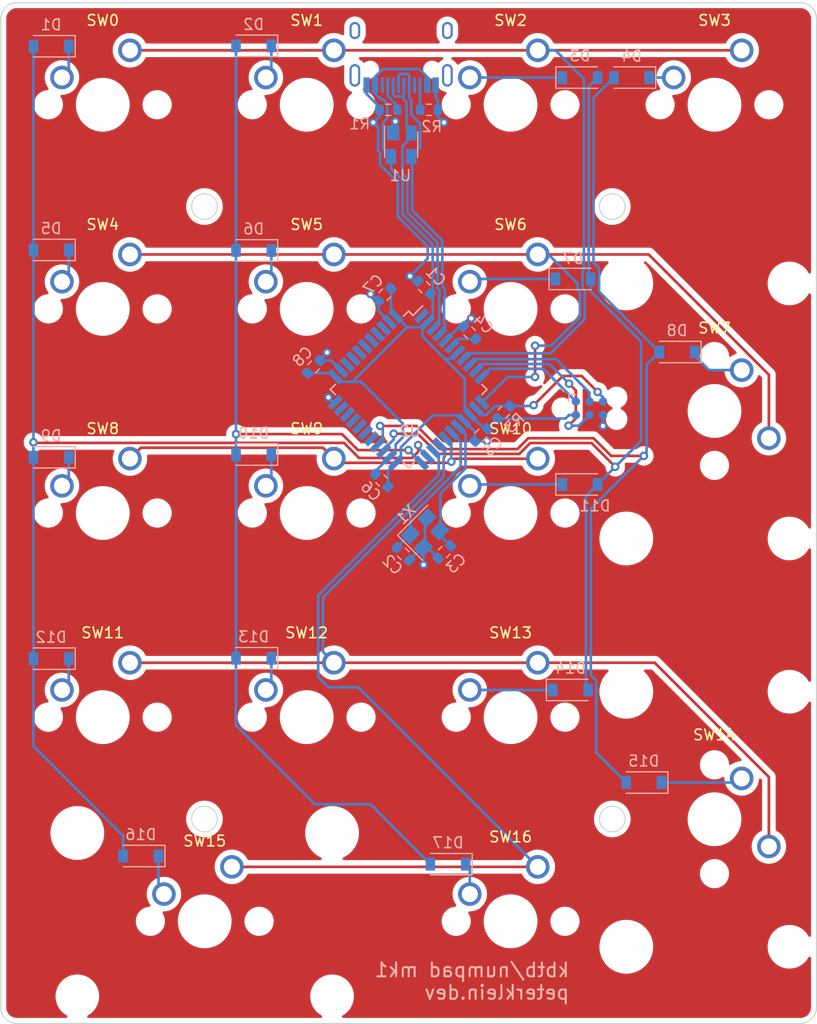
<source format=kicad_pcb>
(kicad_pcb (version 20210126) (generator pcbnew)
  (layers (0 "F.Cu" signal) (31 "B.Cu" signal) (34 "B.Paste" user) (35 "F.Paste" user) (36 "B.SilkS" user "B.Silkscreen") (37 "F.SilkS" user "F.Silkscreen") (38 "B.Mask" user) (39 "F.Mask" user) (44 "Edge.Cuts" user))
  (net 0 "")
  (net 1 "GND")
  (net 2 "matrix-0")
  (net 3 "matrix-1")
  (net 4 "matrix-2")
  (net 5 "matrix-3")
  (net 6 "matrix-4")
  (net 7 "matrix-5")
  (net 8 "matrix-6")
  (net 9 "matrix-7")
  (net 10 "matrix-8")
  (net 11 "switch-diode-0")
  (net 12 "switch-diode-1")
  (net 13 "switch-diode-2")
  (net 14 "switch-diode-3")
  (net 15 "switch-diode-4")
  (net 16 "switch-diode-5")
  (net 17 "switch-diode-6")
  (net 18 "switch-diode-7")
  (net 19 "switch-diode-8")
  (net 20 "switch-diode-9")
  (net 21 "switch-diode-10")
  (net 22 "switch-diode-11")
  (net 23 "switch-diode-12")
  (net 24 "switch-diode-13")
  (net 25 "switch-diode-14")
  (net 26 "switch-diode-15")
  (net 27 "switch-diode-16")
  (net 28 "usb-dp")
  (net 29 "usb-dn")
  (net 30 "usb-vcc")
  (net 31 "usb-cc1")
  (net 32 "usb-cc2")
  (net 33 "icsp-reset")
  (net 34 "icsp-mosi")
  (net 35 "icsp-miso")
  (net 36 "icsp-sck")
  (net 37 "xtal1")
  (net 38 "xtal2")
  (net 39 "ucap")
  (footprint "SW_Cherry_MX_PCB" (layer "F.Cu") (at 25.525 25.525)
    (fp_text reference "SW0")
    (fp_text value "SW_Cherry_MX_1.00u_PCB" hide)
  )
  (footprint "SW_Cherry_MX_PCB" (layer "F.Cu") (at 63.625 101.725)
    (fp_text reference "SW16")
    (fp_text value "SW_Cherry_MX_1.00u_PCB" hide)
  )
  (footprint "SW_Cherry_MX_PCB" (layer "F.Cu") (at 44.575 63.625)
    (fp_text reference "SW9")
    (fp_text value "SW_Cherry_MX_1.00u_PCB" hide)
  )
  (footprint "SW_Cherry_MX_PCB" (layer "F.Cu") (at 44.575 82.675)
    (fp_text reference "SW12")
    (fp_text value "SW_Cherry_MX_1.00u_PCB" hide)
  )
  (footprint "SW_Cherry_MX_PCB" (layer "F.Cu") (at 63.625 44.575)
    (fp_text reference "SW6")
    (fp_text value "SW_Cherry_MX_1.00u_PCB" hide)
  )
  (footprint "SW_Cherry_MX_PCB" (layer "F.Cu") (at 82.675 25.525)
    (fp_text reference "SW3")
    (fp_text value "SW_Cherry_MX_1.00u_PCB" hide)
  )
  (footprint "Stab_Cherry_MX_2.00u_PCB" (layer "F.Cu") (at 82.675 54.1 -90)
    (fp_text reference "ST7" hide)
    (fp_text value "SW_Cherry_MX_2.00u_PCB" hide)
  )
  (footprint "Stab_Cherry_MX_2.00u_PCB" (layer "F.Cu") (at 82.675 92.2 -90)
    (fp_text reference "ST14" hide)
    (fp_text value "SW_Cherry_MX_2.00u_PCB" hide)
  )
  (footprint "SW_Cherry_MX_PCB" (layer "F.Cu") (at 25.525 82.675)
    (fp_text reference "SW11")
    (fp_text value "SW_Cherry_MX_1.00u_PCB" hide)
  )
  (footprint "SW_Cherry_MX_PCB" (layer "F.Cu") (at 82.675 92.2 -90)
    (fp_text reference "SW14")
    (fp_text value "SW_Cherry_MX_1.00u_PCB" hide)
  )
  (footprint "SW_Cherry_MX_PCB" (layer "F.Cu") (at 63.625 25.525)
    (fp_text reference "SW2")
    (fp_text value "SW_Cherry_MX_1.00u_PCB" hide)
  )
  (footprint "SW_Cherry_MX_PCB" (layer "F.Cu") (at 25.525 44.575)
    (fp_text reference "SW4")
    (fp_text value "SW_Cherry_MX_1.00u_PCB" hide)
  )
  (footprint "SW_Cherry_MX_PCB" (layer "F.Cu") (at 63.625 63.625)
    (fp_text reference "SW10")
    (fp_text value "SW_Cherry_MX_1.00u_PCB" hide)
  )
  (footprint "SW_Cherry_MX_PCB" (layer "F.Cu") (at 44.575 25.525)
    (fp_text reference "SW1")
    (fp_text value "SW_Cherry_MX_1.00u_PCB" hide)
  )
  (footprint "SW_Cherry_MX_PCB" (layer "F.Cu") (at 44.575 44.575)
    (fp_text reference "SW5")
    (fp_text value "SW_Cherry_MX_1.00u_PCB" hide)
  )
  (footprint "SW_Cherry_MX_PCB" (layer "F.Cu") (at 63.625 82.675)
    (fp_text reference "SW13")
    (fp_text value "SW_Cherry_MX_1.00u_PCB" hide)
  )
  (footprint "SW_Cherry_MX_PCB" (layer "F.Cu") (at 82.675 54.1 -90)
    (fp_text reference "SW7")
    (fp_text value "SW_Cherry_MX_1.00u_PCB" hide)
  )
  (footprint "SW_Cherry_MX_PCB" (layer "F.Cu") (at 25.525 63.625)
    (fp_text reference "SW8")
    (fp_text value "SW_Cherry_MX_1.00u_PCB" hide)
  )
  (footprint "Stab_Cherry_MX_2.00u_PCB" (layer "F.Cu") (at 35.05 101.725 180)
    (fp_text reference "ST15" hide)
    (fp_text value "SW_Cherry_MX_2.00u_PCB" hide)
  )
  (footprint "SW_Cherry_MX_PCB" (layer "F.Cu") (at 35.05 101.725)
    (fp_text reference "SW15")
    (fp_text value "SW_Cherry_MX_1.00u_PCB" hide)
  )
  (footprint "D_SOD-123" (layer "B.Cu") (at 69.468 41.783)
    (fp_text reference "D7")
    (fp_text value "4148")
  )
  (footprint "R_0603_1608Metric" (layer "B.Cu") (at 51.867637 43.255363 45)
    (fp_text reference "C7")
    (fp_text value "0.1 µF")
  )
  (footprint "D_SOD-123" (layer "B.Cu") (at 39.623 39.116 180)
    (fp_text reference "D6")
    (fp_text value "4148")
  )
  (footprint "R_0603_1608Metric" (layer "B.Cu") (at 51.58 60.58 -45)
    (fp_text reference "C6")
    (fp_text value "0.1 µF")
  )
  (footprint "R_0603_1608Metric" (layer "B.Cu") (at 57.430295 67.257899 -135)
    (fp_text reference "C3")
    (fp_text value "22 pF")
  )
  (footprint "R_0603_1608Metric" (layer "B.Cu") (at 55.56 42.56 -45)
    (fp_text reference "C1")
    (fp_text value "10 µF")
  )
  (footprint "D_SOD-123" (layer "B.Cu") (at 74.929 22.987 180)
    (fp_text reference "D4")
    (fp_text value "4148")
  )
  (footprint "R_0603_1608Metric" (layer "B.Cu") (at 52.207 26)
    (fp_text reference "R1")
    (fp_text value "5.1 kΩ")
  )
  (footprint "D_SOD-123" (layer "B.Cu") (at 39.623 77.175 180)
    (fp_text reference "D13")
    (fp_text value "4148")
  )
  (footprint "SOT-143" (layer "B.Cu") (at 53.4 29.25 -90)
    (fp_text reference "U1")
    (fp_text value "SR05")
  )
  (footprint "R_0603_1608Metric" (layer "B.Cu") (at 45.22 49.98 45)
    (fp_text reference "C8")
    (fp_text value "0.1 µF")
  )
  (footprint "D_SOD-123" (layer "B.Cu") (at 76.072 88.773 180)
    (fp_text reference "D15")
    (fp_text value "4148")
  )
  (footprint "D_SOD-123" (layer "B.Cu") (at 57.786 96.393 180)
    (fp_text reference "D17")
    (fp_text value "4148")
  )
  (footprint "R_0603_1608Metric" (layer "B.Cu") (at 53.594 67.437 -45)
    (fp_text reference "C2")
    (fp_text value "22 pF")
  )
  (footprint "D_SOD-123" (layer "B.Cu") (at 20.7 58.42 180)
    (fp_text reference "D9")
    (fp_text value "4148")
  )
  (footprint "HRO-TYPE-C-31-M-12" (layer "B.Cu") (at 53.4 16)
    (fp_text reference "J1" hide)
    (fp_text value "HRO-TYPE-C-31-M-12" hide)
  )
  (footprint "R_0603_1608Metric" (layer "B.Cu") (at 62.98 54.22 45)
    (fp_text reference "R3")
    (fp_text value "10 kΩ")
  )
  (footprint "D_SOD-123" (layer "B.Cu") (at 39.623 20.025 180)
    (fp_text reference "D2")
    (fp_text value "4148")
  )
  (footprint "D_SOD-123" (layer "B.Cu") (at 20.7 77.216 180)
    (fp_text reference "D12")
    (fp_text value "4148")
  )
  (footprint "D_SOD-123" (layer "B.Cu") (at 20.7 20.066 180)
    (fp_text reference "D1")
    (fp_text value "4148")
  )
  (footprint "R_0603_1608Metric" (layer "B.Cu") (at 60.86 56.34 45)
    (fp_text reference "C5")
    (fp_text value "0.1 µF")
  )
  (footprint "R_0603_1608Metric" (layer "B.Cu") (at 56.007 26)
    (fp_text reference "R2")
    (fp_text value "5.1 kΩ")
  )
  (footprint "D_SOD-123" (layer "B.Cu") (at 69.214 80.137)
    (fp_text reference "D14")
    (fp_text value "4148")
  )
  (footprint "D_SOD-123" (layer "B.Cu") (at 20.7 39.075 180)
    (fp_text reference "D5")
    (fp_text value "4148")
  )
  (footprint "D_SOD-123" (layer "B.Cu") (at 70.103 60.96)
    (fp_text reference "D11")
    (fp_text value "4148")
  )
  (footprint "R_0603_1608Metric" (layer "B.Cu") (at 59.8 46.8 -45)
    (fp_text reference "C4")
    (fp_text value "1 µF")
  )
  (footprint "Tag-Connect_TC2030-IDC-NL_2x03_P1.27mm_Vertical" (layer "B.Cu") (at 70.993 53.848)
    (fp_text reference "Jx1" hide)
    (fp_text value "Tag-Connect_TC2030-IDC-NL_2x03_P1.27mm_Vertical" hide)
  )
  (footprint "TQFP-44_10x10mm_P0.8mm" (layer "B.Cu") (at 54.1 52.1 -135)
    (fp_text reference "U2")
    (fp_text value "ATMEGA32U4-AU")
  )
  (footprint "Crystal_SMD_3225-4Pin_3.2x2.5mm" (layer "B.Cu") (at 55.644142 65.454777 45)
    (fp_text reference "X1")
    (fp_text value "16 MHz")
  )
  (footprint "D_SOD-123" (layer "B.Cu") (at 39.623 58.166 180)
    (fp_text reference "D10")
    (fp_text value "4148")
  )
  (footprint "D_SOD-123" (layer "B.Cu") (at 70.105 22.987)
    (fp_text reference "D3")
    (fp_text value "4148")
  )
  (footprint "D_SOD-123" (layer "B.Cu") (at 79.175 48.6 180)
    (fp_text reference "D8")
    (fp_text value "4148")
  )
  (footprint "D_SOD-123" (layer "B.Cu") (at 29.082 95.631 180)
    (fp_text reference "D16")
    (fp_text value "4148")
  )
  (gr_line (start 91.986592 110.521154) (end 91.96728 110.552496) (layer "Edge.Cuts") (width 0.1))
  (gr_line (start 91.307861 111.121314) (end 91.274025 111.135819) (layer "Edge.Cuts") (width 0.1))
  (gr_line (start 17.5 111.25) (end 17.463188 111.249548) (layer "Edge.Cuts") (width 0.1))
  (gr_line (start 16.697503 16.232719) (end 16.728845 16.213407) (layer "Edge.Cuts") (width 0.1))
  (gr_line (start 91.926377 110.613712) (end 91.904811 110.643548) (layer "Edge.Cuts") (width 0.1))
  (gr_line (start 17.029477 16.075707) (end 17.064572 16.064589) (layer "Edge.Cuts") (width 0.1))
  (gr_line (start 16.728845 111.036592) (end 16.697503 111.01728) (layer "Edge.Cuts") (width 0.1))
  (gr_line (start 17.389653 16.004064) (end 17.426398 16.001806) (layer "Edge.Cuts") (width 0.1))
  (gr_line (start 16.028822 110.042635) (end 16.022083 110.006442) (layer "Edge.Cuts") (width 0.1))
  (gr_line (start 92.2 109.75) (end 92.199548 109.786811) (layer "Edge.Cuts") (width 0.1))
  (gr_line (start 91.859515 110.701589) (end 91.835813 110.729759) (layer "Edge.Cuts") (width 0.1))
  (gr_line (start 16.016235 17.279904) (end 16.022083 17.243557) (layer "Edge.Cuts") (width 0.1))
  (gr_line (start 17.207364 16.028822) (end 17.243557 16.022083) (layer "Edge.Cuts") (width 0.1))
  (gr_line (start 17.207364 111.221177) (end 17.171348 111.213553) (layer "Edge.Cuts") (width 0.1))
  (gr_line (start 16.439339 110.81066) (end 16.413629 110.78431) (layer "Edge.Cuts") (width 0.1))
  (gr_line (start 91.859515 16.54841) (end 91.882519 16.577152) (layer "Edge.Cuts") (width 0.1))
  (gr_line (start 16.007222 109.897025) (end 16.004064 109.860346) (layer "Edge.Cuts") (width 0.1))
  (gr_line (start 91.06447 16.044953) (end 91.100069 16.054335) (layer "Edge.Cuts") (width 0.1))
  (gr_line (start 92.039836 110.424416) (end 92.022881 110.457095) (layer "Edge.Cuts") (width 0.1))
  (gr_line (start 16.273622 110.613712) (end 16.252795 110.583355) (layer "Edge.Cuts") (width 0.1))
  (gr_line (start 92.198193 17.426398) (end 92.199548 17.463188) (layer "Edge.Cuts") (width 0.1))
  (gr_line (start 17.463188 16.000451) (end 17.499999 16) (layer "Edge.Cuts") (width 0.1))
  (gr_line (start 91.374416 16.160163) (end 91.407095 16.177118) (layer "Edge.Cuts") (width 0.1))
  (gr_line (start 16.001806 17.426398) (end 16.004064 17.389653) (layer "Edge.Cuts") (width 0.1))
  (gr_line (start 92.195935 109.860346) (end 92.192777 109.897025) (layer "Edge.Cuts") (width 0.1))
  (gr_line (start 16.364186 16.52024) (end 16.388573 16.492661) (layer "Edge.Cuts") (width 0.1))
  (gr_line (start 16.636287 16.273622) (end 16.666644 16.252795) (layer "Edge.Cuts") (width 0.1))
  (gr_line (start 91.341332 111.105983) (end 91.307861 111.121314) (layer "Edge.Cuts") (width 0.1))
  (gr_line (start 91.78637 110.78431) (end 91.76066 110.81066) (layer "Edge.Cuts") (width 0.1))
  (gr_line (start 16.994665 111.162316) (end 16.960157 111.149489) (layer "Edge.Cuts") (width 0.1))
  (gr_line (start 16.439339 16.439339) (end 16.465689 16.413629) (layer "Edge.Cuts") (width 0.1))
  (gr_line (start 16.160163 16.825583) (end 16.177118 16.792904) (layer "Edge.Cuts") (width 0.1))
  (gr_line (start 92.155046 17.135529) (end 92.163553 17.171348) (layer "Edge.Cuts") (width 0.1))
  (gr_line (start 16.697503 111.01728) (end 16.666644 110.997204) (layer "Edge.Cuts") (width 0.1))
  (gr_line (start 91.622847 110.932519) (end 91.593548 110.954811) (layer "Edge.Cuts") (width 0.1))
  (gr_line (start 91.502496 111.01728) (end 91.471154 111.036592) (layer "Edge.Cuts") (width 0.1))
  (gr_line (start 91.170522 16.075707) (end 91.205334 16.087683) (layer "Edge.Cuts") (width 0.1))
  (gr_line (start 90.956442 16.022083) (end 90.992635 16.028822) (layer "Edge.Cuts") (width 0.1))
  (gr_line (start 16.075707 110.220522) (end 16.064589 110.185427) (layer "Edge.Cuts") (width 0.1))
  (gr_line (start 16.54841 110.909515) (end 16.52024 110.885813) (layer "Edge.Cuts") (width 0.1))
  (gr_line (start 16.54841 16.340484) (end 16.577152 16.31748) (layer "Edge.Cuts") (width 0.1))
  (gr_line (start 17.426398 111.248193) (end 17.389653 111.245935) (layer "Edge.Cuts") (width 0.1))
  (gr_line (start 91.028651 111.213553) (end 90.992635 111.221177) (layer "Edge.Cuts") (width 0.1))
  (gr_line (start 16.960157 111.149489) (end 16.925974 111.135819) (layer "Edge.Cuts") (width 0.1))
  (gr_line (start 91.835813 16.52024) (end 91.859515 16.54841) (layer "Edge.Cuts") (width 0.1))
  (gr_line (start 16.792904 16.177118) (end 16.825583 16.160163) (layer "Edge.Cuts") (width 0.1))
  (gr_line (start 92.071314 16.892138) (end 92.085819 16.925974) (layer "Edge.Cuts") (width 0.1))
  (gr_line (start 90.920095 111.233764) (end 90.883616 111.238719) (layer "Edge.Cuts") (width 0.1))
  (gr_line (start 16.022083 17.243557) (end 16.028822 17.207364) (layer "Edge.Cuts") (width 0.1))
  (gr_line (start 16.044953 17.135529) (end 16.054335 17.09993) (layer "Edge.Cuts") (width 0.1))
  (gr_line (start 92.183764 17.279904) (end 92.188719 17.316383) (layer "Edge.Cuts") (width 0.1))
  (gr_line (start 91.811426 110.757338) (end 91.78637 110.78431) (layer "Edge.Cuts") (width 0.1))
  (gr_line (start 91.73431 16.413629) (end 91.76066 16.439339) (layer "Edge.Cuts") (width 0.1))
  (gr_line (start 16.232719 110.552496) (end 16.213407 110.521154) (layer "Edge.Cuts") (width 0.1))
  (gr_line (start 91.563712 110.976377) (end 91.533355 110.997204) (layer "Edge.Cuts") (width 0.1))
  (gr_line (start 92.085819 110.324025) (end 92.071314 110.357861) (layer "Edge.Cuts") (width 0.1))
  (gr_line (start 16.364186 110.729759) (end 16.340484 110.701589) (layer "Edge.Cuts") (width 0.1))
  (gr_line (start 16.31748 16.577152) (end 16.340484 16.54841) (layer "Edge.Cuts") (width 0.1))
  (gr_line (start 16.007222 17.352974) (end 16.01128 17.316383) (layer "Edge.Cuts") (width 0.1))
  (gr_line (start 91.439347 16.194869) (end 91.471154 16.213407) (layer "Edge.Cuts") (width 0.1))
  (gr_line (start 16.177118 110.457095) (end 16.160163 110.424416) (layer "Edge.Cuts") (width 0.1))
  (gr_line (start 91.439347 111.05513) (end 91.407095 111.072881) (layer "Edge.Cuts") (width 0.1))
  (gr_line (start 91.622847 16.31748) (end 91.651589 16.340484) (layer "Edge.Cuts") (width 0.1))
  (gr_line (start 16.036446 17.171348) (end 16.044953 17.135529) (layer "Edge.Cuts") (width 0.1))
  (gr_line (start 16.252795 16.666644) (end 16.273622 16.636287) (layer "Edge.Cuts") (width 0.1))
  (gr_line (start 16.465689 110.83637) (end 16.439339 110.81066) (layer "Edge.Cuts") (width 0.1))
  (gr_line (start 16.232719 16.697503) (end 16.252795 16.666644) (layer "Edge.Cuts") (width 0.1))
  (gr_line (start 16.792904 111.072881) (end 16.760652 111.05513) (layer "Edge.Cuts") (width 0.1))
  (gr_line (start 92.155046 110.11447) (end 92.145664 110.150069) (layer "Edge.Cuts") (width 0.1))
  (gr_line (start 92.124292 17.029477) (end 92.13541 17.064572) (layer "Edge.Cuts") (width 0.1))
  (gr_line (start 92.055983 16.858667) (end 92.071314 16.892138) (layer "Edge.Cuts") (width 0.1))
  (gr_line (start 91.533355 110.997204) (end 91.502496 111.01728) (layer "Edge.Cuts") (width 0.1))
  (gr_line (start 91.502496 16.232719) (end 91.533355 16.252795) (layer "Edge.Cuts") (width 0.1))
  (gr_line (start 90.810346 111.245935) (end 90.773601 111.248193) (layer "Edge.Cuts") (width 0.1))
  (gr_line (start 16.760652 111.05513) (end 16.728845 111.036592) (layer "Edge.Cuts") (width 0.1))
  (gr_line (start 92.188719 17.316383) (end 92.192777 17.352974) (layer "Edge.Cuts") (width 0.1))
  (gr_line (start 17.316383 16.01128) (end 17.352974 16.007222) (layer "Edge.Cuts") (width 0.1))
  (gr_line (start 16.666644 16.252795) (end 16.697503 16.232719) (layer "Edge.Cuts") (width 0.1))
  (gr_line (start 17.316383 111.238719) (end 17.279904 111.233764) (layer "Edge.Cuts") (width 0.1))
  (gr_line (start 90.810346 16.004064) (end 90.847025 16.007222) (layer "Edge.Cuts") (width 0.1))
  (gr_line (start 16.925974 16.11418) (end 16.960157 16.10051) (layer "Edge.Cuts") (width 0.1))
  (gr_line (start 90.883616 16.01128) (end 90.920095 16.016235) (layer "Edge.Cuts") (width 0.1))
  (gr_line (start 91.06447 111.205046) (end 91.028651 111.213553) (layer "Edge.Cuts") (width 0.1))
  (gr_line (start 91.135427 111.18541) (end 91.100069 111.195664) (layer "Edge.Cuts") (width 0.1))
  (gr_line (start 16.054335 110.150069) (end 16.044953 110.11447) (layer "Edge.Cuts") (width 0.1))
  (gr_line (start 17.463188 111.249548) (end 17.426398 111.248193) (layer "Edge.Cuts") (width 0.1))
  (gr_line (start 16.10051 110.289842) (end 16.087683 110.255334) (layer "Edge.Cuts") (width 0.1))
  (gr_line (start 16.144016 110.391332) (end 16.128685 110.357861) (layer "Edge.Cuts") (width 0.1))
  (gr_line (start 17.243557 111.227916) (end 17.207364 111.221177) (layer "Edge.Cuts") (width 0.1))
  (gr_line (start 16.194869 110.489347) (end 16.177118 110.457095) (layer "Edge.Cuts") (width 0.1))
  (gr_line (start 90.883616 111.238719) (end 90.847025 111.242777) (layer "Edge.Cuts") (width 0.1))
  (gr_line (start 17.09993 16.054335) (end 17.135529 16.044953) (layer "Edge.Cuts") (width 0.1))
  (gr_line (start 16.213407 16.728845) (end 16.232719 16.697503) (layer "Edge.Cuts") (width 0.1))
  (gr_line (start 16.075707 17.029477) (end 16.087683 16.994665) (layer "Edge.Cuts") (width 0.1))
  (gr_line (start 16.01128 17.316383) (end 16.016235 17.279904) (layer "Edge.Cuts") (width 0.1))
  (gr_line (start 92.099489 16.960157) (end 92.112316 16.994665) (layer "Edge.Cuts") (width 0.1))
  (gr_line (start 91.274025 111.135819) (end 91.239842 111.149489) (layer "Edge.Cuts") (width 0.1))
  (gr_line (start 16.492661 110.861426) (end 16.465689 110.83637) (layer "Edge.Cuts") (width 0.1))
  (gr_line (start 16.825583 16.160163) (end 16.858667 16.144016) (layer "Edge.Cuts") (width 0.1))
  (gr_line (start 16.994665 16.087683) (end 17.029477 16.075707) (layer "Edge.Cuts") (width 0.1))
  (gr_line (start 17.064572 111.18541) (end 17.029477 111.174292) (layer "Edge.Cuts") (width 0.1))
  (gr_line (start 91.707338 110.861426) (end 91.679759 110.885813) (layer "Edge.Cuts") (width 0.1))
  (gr_line (start 16.087683 16.994665) (end 16.10051 16.960157) (layer "Edge.Cuts") (width 0.1))
  (gr_line (start 16.960157 16.10051) (end 16.994665 16.087683) (layer "Edge.Cuts") (width 0.1))
  (gr_line (start 16.728845 16.213407) (end 16.760652 16.194869) (layer "Edge.Cuts") (width 0.1))
  (gr_line (start 92.177916 110.006442) (end 92.171177 110.042635) (layer "Edge.Cuts") (width 0.1))
  (gr_line (start 17.064572 16.064589) (end 17.09993 16.054335) (layer "Edge.Cuts") (width 0.1))
  (gr_line (start 91.76066 16.439339) (end 91.78637 16.465689) (layer "Edge.Cuts") (width 0.1))
  (gr_line (start 92.163553 17.171348) (end 92.171177 17.207364) (layer "Edge.Cuts") (width 0.1))
  (gr_line (start 17.352974 111.242777) (end 17.316383 111.238719) (layer "Edge.Cuts") (width 0.1))
  (gr_line (start 16.492661 16.388573) (end 16.52024 16.364186) (layer "Edge.Cuts") (width 0.1))
  (gr_line (start 91.374416 111.089836) (end 91.341332 111.105983) (layer "Edge.Cuts") (width 0.1))
  (gr_line (start 16.028822 17.207364) (end 16.036446 17.171348) (layer "Edge.Cuts") (width 0.1))
  (gr_line (start 91.274025 16.11418) (end 91.307861 16.128685) (layer "Edge.Cuts") (width 0.1))
  (gr_line (start 16.52024 110.885813) (end 16.492661 110.861426) (layer "Edge.Cuts") (width 0.1))
  (gr_line (start 16.666644 110.997204) (end 16.636287 110.976377) (layer "Edge.Cuts") (width 0.1))
  (gr_line (start 91.679759 16.364186) (end 91.707338 16.388573) (layer "Edge.Cuts") (width 0.1))
  (gr_line (start 16.252795 110.583355) (end 16.232719 110.552496) (layer "Edge.Cuts") (width 0.1))
  (gr_line (start 16.177118 16.792904) (end 16.194869 16.760652) (layer "Edge.Cuts") (width 0.1))
  (gr_line (start 15.999999 17.5) (end 15.999999 17.5) (layer "Edge.Cuts") (width 0.1))
  (gr_line (start 16.194869 16.760652) (end 16.213407 16.728845) (layer "Edge.Cuts") (width 0.1))
  (gr_line (start 91.100069 111.195664) (end 91.06447 111.205046) (layer "Edge.Cuts") (width 0.1))
  (gr_line (start 16.10051 16.960157) (end 16.11418 16.925974) (layer "Edge.Cuts") (width 0.1))
  (gr_line (start 17.09993 111.195664) (end 17.064572 111.18541) (layer "Edge.Cuts") (width 0.1))
  (gr_line (start 17.352974 16.007222) (end 17.389653 16.004064) (layer "Edge.Cuts") (width 0.1))
  (gr_line (start 16.044953 110.11447) (end 16.036446 110.078651) (layer "Edge.Cuts") (width 0.1))
  (gr_line (start 16.11418 110.324025) (end 16.10051 110.289842) (layer "Edge.Cuts") (width 0.1))
  (gr_line (start 91.407095 16.177118) (end 91.439347 16.194869) (layer "Edge.Cuts") (width 0.1))
  (gr_line (start 16.31748 110.672847) (end 16.295188 110.643548) (layer "Edge.Cuts") (width 0.1))
  (gr_line (start 17.389653 111.245935) (end 17.352974 111.242777) (layer "Edge.Cuts") (width 0.1))
  (gr_line (start 92.13541 110.185427) (end 92.124292 110.220522) (layer "Edge.Cuts") (width 0.1))
  (gr_line (start 17.135529 111.205046) (end 17.09993 111.195664) (layer "Edge.Cuts") (width 0.1))
  (gr_line (start 91.904811 16.606451) (end 91.926377 16.636287) (layer "Edge.Cuts") (width 0.1))
  (gr_line (start 92.177916 17.243557) (end 92.183764 17.279904) (layer "Edge.Cuts") (width 0.1))
  (gr_line (start 91.651589 16.340484) (end 91.679759 16.364186) (layer "Edge.Cuts") (width 0.1))
  (gr_line (start 92.145664 17.09993) (end 92.155046 17.135529) (layer "Edge.Cuts") (width 0.1))
  (gr_line (start 92.099489 110.289842) (end 92.085819 110.324025) (layer "Edge.Cuts") (width 0.1))
  (gr_line (start 16.606451 110.954811) (end 16.577152 110.932519) (layer "Edge.Cuts") (width 0.1))
  (gr_line (start 92.13541 17.064572) (end 92.145664 17.09993) (layer "Edge.Cuts") (width 0.1))
  (gr_line (start 16.825583 111.089836) (end 16.792904 111.072881) (layer "Edge.Cuts") (width 0.1))
  (gr_line (start 92.199548 109.786811) (end 92.198193 109.823601) (layer "Edge.Cuts") (width 0.1))
  (gr_line (start 91.533355 16.252795) (end 91.563712 16.273622) (layer "Edge.Cuts") (width 0.1))
  (gr_line (start 91.341332 16.144016) (end 91.374416 16.160163) (layer "Edge.Cuts") (width 0.1))
  (gr_line (start 92.2 17.5) (end 92.2 109.75) (layer "Edge.Cuts") (width 0.1))
  (gr_line (start 91.205334 111.162316) (end 91.170522 111.174292) (layer "Edge.Cuts") (width 0.1))
  (gr_line (start 91.170522 111.174292) (end 91.135427 111.18541) (layer "Edge.Cuts") (width 0.1))
  (gr_line (start 91.651589 110.909515) (end 91.622847 110.932519) (layer "Edge.Cuts") (width 0.1))
  (gr_line (start 92.022881 16.792904) (end 92.039836 16.825583) (layer "Edge.Cuts") (width 0.1))
  (gr_line (start 91.78637 16.465689) (end 91.811426 16.492661) (layer "Edge.Cuts") (width 0.1))
  (gr_line (start 17.279904 111.233764) (end 17.243557 111.227916) (layer "Edge.Cuts") (width 0.1))
  (gr_line (start 91.100069 16.054335) (end 91.135427 16.064589) (layer "Edge.Cuts") (width 0.1))
  (gr_circle (center 35.025 92.175) (end 36.225 92.175) (layer "Edge.Cuts") (width 0.1) (fill none))
  (gr_line (start 16.388573 110.757338) (end 16.364186 110.729759) (layer "Edge.Cuts") (width 0.1))
  (gr_line (start 16.858667 16.144016) (end 16.892138 16.128685) (layer "Edge.Cuts") (width 0.1))
  (gr_line (start 16.000451 109.786811) (end 15.999999 109.75) (layer "Edge.Cuts") (width 0.1))
  (gr_line (start 90.773601 16.001806) (end 90.810346 16.004064) (layer "Edge.Cuts") (width 0.1))
  (gr_line (start 16.925974 111.135819) (end 16.892138 111.121314) (layer "Edge.Cuts") (width 0.1))
  (gr_line (start 92.085819 16.925974) (end 92.099489 16.960157) (layer "Edge.Cuts") (width 0.1))
  (gr_line (start 90.7 16) (end 90.736811 16.000451) (layer "Edge.Cuts") (width 0.1))
  (gr_line (start 16.064589 110.185427) (end 16.054335 110.150069) (layer "Edge.Cuts") (width 0.1))
  (gr_line (start 92.171177 110.042635) (end 92.163553 110.078651) (layer "Edge.Cuts") (width 0.1))
  (gr_line (start 16.000451 17.463188) (end 16.001806 17.426398) (layer "Edge.Cuts") (width 0.1))
  (gr_line (start 90.992635 16.028822) (end 91.028651 16.036446) (layer "Edge.Cuts") (width 0.1))
  (gr_line (start 16.160163 110.424416) (end 16.144016 110.391332) (layer "Edge.Cuts") (width 0.1))
  (gr_line (start 16.087683 110.255334) (end 16.075707 110.220522) (layer "Edge.Cuts") (width 0.1))
  (gr_line (start 16.054335 17.09993) (end 16.064589 17.064572) (layer "Edge.Cuts") (width 0.1))
  (gr_line (start 15.999999 17.5) (end 16.000451 17.463188) (layer "Edge.Cuts") (width 0.1))
  (gr_line (start 16.064589 17.064572) (end 16.075707 17.029477) (layer "Edge.Cuts") (width 0.1))
  (gr_line (start 91.835813 110.729759) (end 91.811426 110.757338) (layer "Edge.Cuts") (width 0.1))
  (gr_line (start 16.128685 110.357861) (end 16.11418 110.324025) (layer "Edge.Cuts") (width 0.1))
  (gr_line (start 91.239842 111.149489) (end 91.205334 111.162316) (layer "Edge.Cuts") (width 0.1))
  (gr_line (start 91.239842 16.10051) (end 91.274025 16.11418) (layer "Edge.Cuts") (width 0.1))
  (gr_line (start 91.947204 16.666644) (end 91.96728 16.697503) (layer "Edge.Cuts") (width 0.1))
  (gr_line (start 90.847025 16.007222) (end 90.883616 16.01128) (layer "Edge.Cuts") (width 0.1))
  (gr_line (start 92.00513 16.760652) (end 92.022881 16.792904) (layer "Edge.Cuts") (width 0.1))
  (gr_line (start 92.071314 110.357861) (end 92.055983 110.391332) (layer "Edge.Cuts") (width 0.1))
  (gr_line (start 16.340484 110.701589) (end 16.31748 110.672847) (layer "Edge.Cuts") (width 0.1))
  (gr_line (start 16.760652 16.194869) (end 16.792904 16.177118) (layer "Edge.Cuts") (width 0.1))
  (gr_line (start 16.022083 110.006442) (end 16.016235 109.970095) (layer "Edge.Cuts") (width 0.1))
  (gr_line (start 16.858667 111.105983) (end 16.825583 111.089836) (layer "Edge.Cuts") (width 0.1))
  (gr_line (start 92.055983 110.391332) (end 92.039836 110.424416) (layer "Edge.Cuts") (width 0.1))
  (gr_line (start 90.7 111.25) (end 17.5 111.25) (layer "Edge.Cuts") (width 0.1))
  (gr_line (start 92.171177 17.207364) (end 92.177916 17.243557) (layer "Edge.Cuts") (width 0.1))
  (gr_line (start 91.593548 16.295188) (end 91.622847 16.31748) (layer "Edge.Cuts") (width 0.1))
  (gr_line (start 16.413629 110.78431) (end 16.388573 110.757338) (layer "Edge.Cuts") (width 0.1))
  (gr_line (start 16.295188 110.643548) (end 16.273622 110.613712) (layer "Edge.Cuts") (width 0.1))
  (gr_line (start 16.016235 109.970095) (end 16.01128 109.933616) (layer "Edge.Cuts") (width 0.1))
  (gr_circle (center 35.025 35.025) (end 36.225 35.025) (layer "Edge.Cuts") (width 0.1) (fill none))
  (gr_line (start 91.96728 110.552496) (end 91.947204 110.583355) (layer "Edge.Cuts") (width 0.1))
  (gr_line (start 91.882519 16.577152) (end 91.904811 16.606451) (layer "Edge.Cuts") (width 0.1))
  (gr_line (start 16.340484 16.54841) (end 16.364186 16.52024) (layer "Edge.Cuts") (width 0.1))
  (gr_line (start 16.577152 16.31748) (end 16.606451 16.295188) (layer "Edge.Cuts") (width 0.1))
  (gr_circle (center 73.125 35.025) (end 74.325 35.025) (layer "Edge.Cuts") (width 0.1) (fill none))
  (gr_line (start 92.183764 109.970095) (end 92.177916 110.006442) (layer "Edge.Cuts") (width 0.1))
  (gr_line (start 92.192777 17.352974) (end 92.195935 17.389653) (layer "Edge.Cuts") (width 0.1))
  (gr_line (start 91.707338 16.388573) (end 91.73431 16.413629) (layer "Edge.Cuts") (width 0.1))
  (gr_line (start 91.407095 111.072881) (end 91.374416 111.089836) (layer "Edge.Cuts") (width 0.1))
  (gr_line (start 92.199548 17.463188) (end 92.2 17.5) (layer "Edge.Cuts") (width 0.1))
  (gr_line (start 91.679759 110.885813) (end 91.651589 110.909515) (layer "Edge.Cuts") (width 0.1))
  (gr_line (start 91.882519 110.672847) (end 91.859515 110.701589) (layer "Edge.Cuts") (width 0.1))
  (gr_line (start 91.205334 16.087683) (end 91.239842 16.10051) (layer "Edge.Cuts") (width 0.1))
  (gr_line (start 16.036446 110.078651) (end 16.028822 110.042635) (layer "Edge.Cuts") (width 0.1))
  (gr_line (start 92.145664 110.150069) (end 92.13541 110.185427) (layer "Edge.Cuts") (width 0.1))
  (gr_line (start 16.577152 110.932519) (end 16.54841 110.909515) (layer "Edge.Cuts") (width 0.1))
  (gr_line (start 92.112316 110.255334) (end 92.099489 110.289842) (layer "Edge.Cuts") (width 0.1))
  (gr_line (start 16.388573 16.492661) (end 16.413629 16.465689) (layer "Edge.Cuts") (width 0.1))
  (gr_line (start 91.947204 110.583355) (end 91.926377 110.613712) (layer "Edge.Cuts") (width 0.1))
  (gr_line (start 91.811426 16.492661) (end 91.835813 16.52024) (layer "Edge.Cuts") (width 0.1))
  (gr_line (start 92.022881 110.457095) (end 92.00513 110.489347) (layer "Edge.Cuts") (width 0.1))
  (gr_line (start 92.00513 110.489347) (end 91.986592 110.521154) (layer "Edge.Cuts") (width 0.1))
  (gr_line (start 92.124292 110.220522) (end 92.112316 110.255334) (layer "Edge.Cuts") (width 0.1))
  (gr_line (start 91.028651 16.036446) (end 91.06447 16.044953) (layer "Edge.Cuts") (width 0.1))
  (gr_line (start 16.295188 16.606451) (end 16.31748 16.577152) (layer "Edge.Cuts") (width 0.1))
  (gr_line (start 17.171348 111.213553) (end 17.135529 111.205046) (layer "Edge.Cuts") (width 0.1))
  (gr_line (start 92.192777 109.897025) (end 92.188719 109.933616) (layer "Edge.Cuts") (width 0.1))
  (gr_line (start 16.01128 109.933616) (end 16.007222 109.897025) (layer "Edge.Cuts") (width 0.1))
  (gr_line (start 91.904811 110.643548) (end 91.882519 110.672847) (layer "Edge.Cuts") (width 0.1))
  (gr_line (start 16.413629 16.465689) (end 16.439339 16.439339) (layer "Edge.Cuts") (width 0.1))
  (gr_line (start 16.892138 111.121314) (end 16.858667 111.105983) (layer "Edge.Cuts") (width 0.1))
  (gr_line (start 16.273622 16.636287) (end 16.295188 16.606451) (layer "Edge.Cuts") (width 0.1))
  (gr_line (start 91.135427 16.064589) (end 91.170522 16.075707) (layer "Edge.Cuts") (width 0.1))
  (gr_line (start 16.128685 16.892138) (end 16.144016 16.858667) (layer "Edge.Cuts") (width 0.1))
  (gr_line (start 91.471154 111.036592) (end 91.439347 111.05513) (layer "Edge.Cuts") (width 0.1))
  (gr_line (start 15.999999 109.75) (end 15.999999 17.5) (layer "Edge.Cuts") (width 0.1))
  (gr_line (start 92.039836 16.825583) (end 92.055983 16.858667) (layer "Edge.Cuts") (width 0.1))
  (gr_line (start 17.243557 16.022083) (end 17.279904 16.016235) (layer "Edge.Cuts") (width 0.1))
  (gr_line (start 91.73431 110.83637) (end 91.707338 110.861426) (layer "Edge.Cuts") (width 0.1))
  (gr_line (start 92.112316 16.994665) (end 92.124292 17.029477) (layer "Edge.Cuts") (width 0.1))
  (gr_line (start 90.956442 111.227916) (end 90.920095 111.233764) (layer "Edge.Cuts") (width 0.1))
  (gr_line (start 16.004064 109.860346) (end 16.001806 109.823601) (layer "Edge.Cuts") (width 0.1))
  (gr_line (start 91.96728 16.697503) (end 91.986592 16.728845) (layer "Edge.Cuts") (width 0.1))
  (gr_line (start 91.986592 16.728845) (end 92.00513 16.760652) (layer "Edge.Cuts") (width 0.1))
  (gr_line (start 92.195935 17.389653) (end 92.198193 17.426398) (layer "Edge.Cuts") (width 0.1))
  (gr_circle (center 73.125 92.175) (end 74.325 92.175) (layer "Edge.Cuts") (width 0.1) (fill none))
  (gr_line (start 90.773601 111.248193) (end 90.736811 111.249548) (layer "Edge.Cuts") (width 0.1))
  (gr_line (start 91.307861 16.128685) (end 91.341332 16.144016) (layer "Edge.Cuts") (width 0.1))
  (gr_line (start 90.736811 111.249548) (end 90.7 111.25) (layer "Edge.Cuts") (width 0.1))
  (gr_line (start 16.892138 16.128685) (end 16.925974 16.11418) (layer "Edge.Cuts") (width 0.1))
  (gr_line (start 16.465689 16.413629) (end 16.492661 16.388573) (layer "Edge.Cuts") (width 0.1))
  (gr_line (start 16.004064 17.389653) (end 16.007222 17.352974) (layer "Edge.Cuts") (width 0.1))
  (gr_line (start 17.029477 111.174292) (end 16.994665 111.162316) (layer "Edge.Cuts") (width 0.1))
  (gr_line (start 16.636287 110.976377) (end 16.606451 110.954811) (layer "Edge.Cuts") (width 0.1))
  (gr_line (start 16.52024 16.364186) (end 16.54841 16.340484) (layer "Edge.Cuts") (width 0.1))
  (gr_line (start 16.213407 110.521154) (end 16.194869 110.489347) (layer "Edge.Cuts") (width 0.1))
  (gr_line (start 16.144016 16.858667) (end 16.160163 16.825583) (layer "Edge.Cuts") (width 0.1))
  (gr_line (start 90.736811 16.000451) (end 90.773601 16.001806) (layer "Edge.Cuts") (width 0.1))
  (gr_line (start 92.163553 110.078651) (end 92.155046 110.11447) (layer "Edge.Cuts") (width 0.1))
  (gr_line (start 16.001806 109.823601) (end 16.000451 109.786811) (layer "Edge.Cuts") (width 0.1))
  (gr_line (start 17.279904 16.016235) (end 17.316383 16.01128) (layer "Edge.Cuts") (width 0.1))
  (gr_line (start 17.499999 16) (end 90.7 16) (layer "Edge.Cuts") (width 0.1))
  (gr_line (start 90.920095 16.016235) (end 90.956442 16.022083) (layer "Edge.Cuts") (width 0.1))
  (gr_line (start 92.198193 109.823601) (end 92.195935 109.860346) (layer "Edge.Cuts") (width 0.1))
  (gr_line (start 90.992635 111.221177) (end 90.956442 111.227916) (layer "Edge.Cuts") (width 0.1))
  (gr_line (start 17.171348 16.036446) (end 17.207364 16.028822) (layer "Edge.Cuts") (width 0.1))
  (gr_line (start 91.471154 16.213407) (end 91.502496 16.232719) (layer "Edge.Cuts") (width 0.1))
  (gr_line (start 16.11418 16.925974) (end 16.128685 16.892138) (layer "Edge.Cuts") (width 0.1))
  (gr_line (start 92.188719 109.933616) (end 92.183764 109.970095) (layer "Edge.Cuts") (width 0.1))
  (gr_line (start 91.926377 16.636287) (end 91.947204 16.666644) (layer "Edge.Cuts") (width 0.1))
  (gr_line (start 91.563712 16.273622) (end 91.593548 16.295188) (layer "Edge.Cuts") (width 0.1))
  (gr_line (start 91.593548 110.954811) (end 91.563712 110.976377) (layer "Edge.Cuts") (width 0.1))
  (gr_line (start 90.847025 111.242777) (end 90.810346 111.245935) (layer "Edge.Cuts") (width 0.1))
  (gr_line (start 17.426398 16.001806) (end 17.463188 16.000451) (layer "Edge.Cuts") (width 0.1))
  (gr_line (start 91.76066 110.81066) (end 91.73431 110.83637) (layer "Edge.Cuts") (width 0.1))
  (gr_line (start 16.606451 16.295188) (end 16.636287 16.273622) (layer "Edge.Cuts") (width 0.1))
  (gr_line (start 17.135529 16.044953) (end 17.171348 16.036446) (layer "Edge.Cuts") (width 0.1))
  (gr_text "kbtb/numpad mk1\npeterklein.dev\n" (at 69.215 107.315) (layer "B.SilkS") (effects (font (size 1.3 1.3) (thickness 0.195)) (justify left mirror)))
  (via (at 61.43101 56.896) (size 0.8) (drill 0.4) (layers "F.Cu" "B.Cu") (net 1))
  (via (at 50.546 43.18) (size 0.8) (drill 0.4) (layers "F.Cu" "B.Cu") (net 1))
  (via (at 52.862903 27.075) (size 0.8) (drill 0.4) (layers "F.Cu" "B.Cu") (net 1))
  (via (at 57.404 27.178) (size 0.8) (drill 0.4) (layers "F.Cu" "B.Cu") (net 1))
  (via (at 59.944 45.466) (size 0.8) (drill 0.4) (layers "F.Cu" "B.Cu") (net 1))
  (via (at 46.609 52.832) (size 0.8) (drill 0.4) (layers "F.Cu" "B.Cu") (net 1))
  (via (at 54.229 41.529) (size 0.8) (drill 0.4) (layers "F.Cu" "B.Cu") (net 1))
  (via (at 72.263 55.499) (size 0.8) (drill 0.4) (layers "F.Cu" "B.Cu") (net 1))
  (via (at 55.499 68.453) (size 0.8) (drill 0.4) (layers "F.Cu" "B.Cu") (net 1))
  (via (at 46.482 48.641) (size 0.8) (drill 0.4) (layers "F.Cu" "B.Cu") (net 1))
  (via (at 50.8 27.178) (size 0.8) (drill 0.4) (layers "F.Cu" "B.Cu") (net 1))
  (segment (start 52.163363 59.693491) (end 52.897918 58.958936) (width 0.25) (layer "B.Cu") (net 1))
  (segment (start 55.467365 66.833635) (end 55.338672 66.833635) (width 0.25) (layer "B.Cu") (net 1))
  (segment (start 51.284274 43.838726) (end 51.284274 44.758791) (width 0.25) (layer "B.Cu") (net 1))
  (segment (start 51.435 31.12002) (end 53.086 32.77102) (width 0.25) (layer "B.Cu") (net 1))
  (segment (start 53.086 32.77102) (end 53.086 35.941) (width 0.25) (layer "B.Cu") (net 1))
  (segment (start 51.284274 44.758791) (end 52.332233 45.80675) (width 0.25) (layer "B.Cu") (net 1))
  (segment (start 59.216637 46.193363) (end 59.944 45.466) (width 0.25) (layer "B.Cu") (net 1))
  (segment (start 51.382 26.596) (end 50.8 27.178) (width 0.25) (layer "B.Cu") (net 1))
  (segment (start 52.63 27.307903) (end 52.862903 27.075) (width 0.25) (layer "B.Cu") (net 1))
  (segment (start 47.241064 53.302082) (end 47.079082 53.302082) (width 0.25) (layer "B.Cu") (net 1))
  (segment (start 52.163363 61.163363) (end 52.163363 59.693491) (width 0.25) (layer "B.Cu") (net 1))
  (segment (start 51.204726 43.838726) (end 50.546 43.18) (width 0.25) (layer "B.Cu") (net 1))
  (segment (start 55.88 39.878) (end 54.229 41.529) (width 0.25) (layer "B.Cu") (net 1))
  (segment (start 53.382037 57.488963) (end 56.355981 54.515019) (width 0.25) (layer "B.Cu") (net 1))
  (segment (start 55.467365 66.833635) (end 55.467365 68.421365) (width 0.25) (layer "B.Cu") (net 1))
  (segment (start 52.63 28.15) (end 52.63 27.307903) (width 0.25) (layer "B.Cu") (net 1))
  (segment (start 56.355981 54.515019) (end 58.777761 54.515019) (width 0.25) (layer "B.Cu") (net 1))
  (segment (start 59.216637 46.216637) (end 58.851992 46.216637) (width 0.25) (layer "B.Cu") (net 1))
  (segment (start 45.803363 49.319637) (end 46.482 48.641) (width 0.25) (layer "B.Cu") (net 1))
  (segment (start 55.626 66.675) (end 55.467365 66.833635) (width 0.25) (layer "B.Cu") (net 1))
  (segment (start 47.079082 53.302082) (end 46.609 52.832) (width 0.25) (layer "B.Cu") (net 1))
  (segment (start 50.175 24.521) (end 51.382 25.728) (width 0.25) (layer "B.Cu") (net 1))
  (segment (start 45.803363 49.396637) (end 45.803363 49.319637) (width 0.25) (layer "B.Cu") (net 1))
  (segment (start 60.276637 56.923363) (end 61.403647 56.923363) (width 0.25) (layer "B.Cu") (net 1))
  (segment (start 45.803363 49.396637) (end 46.871154 49.396637) (width 0.25) (layer "B.Cu") (net 1))
  (segment (start 58.851992 46.216637) (end 57.564823 47.503806) (width 0.25) (layer "B.Cu") (net 1))
  (segment (start 50.175 23.695) (end 50.175 24.521) (width 0.25) (layer "B.Cu") (net 1))
  (segment (start 50.8 27.178) (end 51.254978 27.632978) (width 0.25) (layer "B.Cu") (net 1))
  (segment (start 72.263 54.483) (end 72.263 55.499) (width 0.25) (layer "B.Cu") (net 1))
  (segment (start 51.284274 43.838726) (end 51.204726 43.838726) (width 0.25) (layer "B.Cu") (net 1))
  (segment (start 51.254978 29.791978) (end 51.435 29.972) (width 0.25) (layer "B.Cu") (net 1))
  (segment (start 55.467365 68.421365) (end 55.499 68.453) (width 0.25) (layer "B.Cu") (net 1))
  (segment (start 53.382037 58.474817) (end 53.382037 57.488963) (width 0.25) (layer "B.Cu") (net 1))
  (segment (start 58.777761 54.515019) (end 59.26188 54.999138) (width 0.25) (layer "B.Cu") (net 1))
  (segment (start 51.254978 27.632978) (end 51.254978 29.791978) (width 0.25) (layer "B.Cu") (net 1))
  (segment (start 55.839305 66.833635) (end 56.846932 67.841262) (width 0.25) (layer "B.Cu") (net 1))
  (segment (start 55.338672 66.833635) (end 54.241243 67.931064) (width 0.25) (layer "B.Cu") (net 1))
  (segment (start 56.625 23.695) (end 56.625 24.875) (width 0.25) (layer "B.Cu") (net 1))
  (segment (start 55.626 64.270838) (end 55.626 66.675) (width 0.25) (layer "B.Cu") (net 1))
  (segment (start 55.88 38.735) (end 55.88 39.878) (width 0.25) (layer "B.Cu") (net 1))
  (segment (start 51.435 29.972) (end 51.435 31.12002) (width 0.25) (layer "B.Cu") (net 1))
  (segment (start 46.871154 49.396637) (end 47.80675 50.332233) (width 0.25) (layer "B.Cu") (net 1))
  (segment (start 52.163363 61.163363) (end 52.163363 61.307363) (width 0.25) (layer "B.Cu") (net 1))
  (segment (start 56.832 25.082) (end 56.832 26) (width 0.25) (layer "B.Cu") (net 1))
  (segment (start 52.897918 58.958936) (end 53.382037 58.474817) (width 0.25) (layer "B.Cu") (net 1))
  (segment (start 55.820919 64.075919) (end 55.626 64.270838) (width 0.25) (layer "B.Cu") (net 1))
  (segment (start 51.382 25.728) (end 51.382 26) (width 0.25) (layer "B.Cu") (net 1))
  (segment (start 53.086 35.941) (end 55.88 38.735) (width 0.25) (layer "B.Cu") (net 1))
  (segment (start 55.467365 66.833635) (end 55.839305 66.833635) (width 0.25) (layer "B.Cu") (net 1))
  (segment (start 54.676637 41.976637) (end 54.229 41.529) (width 0.25) (layer "B.Cu") (net 1))
  (segment (start 51.382 26) (end 51.382 26.596) (width 0.25) (layer "B.Cu") (net 1))
  (segment (start 60.276637 56.013895) (end 59.26188 54.999138) (width 0.25) (layer "B.Cu") (net 1))
  (segment (start 60.276637 56.923363) (end 60.276637 56.013895) (width 0.25) (layer "B.Cu") (net 1))
  (segment (start 56.832 26) (end 56.832 26.606) (width 0.25) (layer "B.Cu") (net 1))
  (segment (start 54.976637 41.976637) (end 54.676637 41.976637) (width 0.25) (layer "B.Cu") (net 1))
  (segment (start 56.832 26.606) (end 57.404 27.178) (width 0.25) (layer "B.Cu") (net 1))
  (segment (start 59.216637 46.216637) (end 59.216637 46.193363) (width 0.25) (layer "B.Cu") (net 1))
  (segment (start 61.403647 56.923363) (end 61.43101 56.896) (width 0.25) (layer "B.Cu") (net 1))
  (segment (start 56.625 24.875) (end 56.832 25.082) (width 0.25) (layer "B.Cu") (net 1))
  (segment (start 66.165 20.445) (end 85.215 20.445) (width 0.25) (layer "F.Cu") (net 2))
  (segment (start 66.165 20.445) (end 47.115 20.445) (width 0.25) (layer "F.Cu") (net 2))
  (segment (start 47.115 20.445) (end 28.065 20.445) (width 0.25) (layer "F.Cu") (net 2))
  (segment (start 70.554011 42.854031) (end 70.342989 42.643009) (width 0.25) (layer "B.Cu") (net 2))
  (segment (start 70.342989 42.643009) (end 70.342989 40.988969) (width 0.25) (layer "B.Cu") (net 2))
  (segment (start 70.473969 23.102969) (end 67.816 20.445) (width 0.25) (layer "B.Cu") (net 2))
  (segment (start 65.550742 48.716744) (end 65.564999 48.731001) (width 0.25) (layer "B.Cu") (net 2))
  (segment (start 67.34841 48.731001) (end 70.554011 45.525401) (width 0.25) (layer "B.Cu") (net 2))
  (segment (start 67.816 20.445) (end 66.165 20.445) (width 0.25) (layer "B.Cu") (net 2))
  (segment (start 59.745998 48.716744) (end 65.550742 48.716744) (width 0.25) (layer "B.Cu") (net 2))
  (segment (start 59.26188 49.200862) (end 59.745998 48.716744) (width 0.25) (layer "B.Cu") (net 2))
  (segment (start 70.342989 40.988969) (end 70.473969 40.857989) (width 0.25) (layer "B.Cu") (net 2))
  (segment (start 70.554011 45.525401) (end 70.554011 42.854031) (width 0.25) (layer "B.Cu") (net 2))
  (segment (start 65.564999 48.731001) (end 67.34841 48.731001) (width 0.25) (layer "B.Cu") (net 2))
  (segment (start 70.473969 40.857989) (end 70.473969 23.102969) (width 0.25) (layer "B.Cu") (net 2))
  (segment (start 66.165 39.495) (end 76.529017 39.495) (width 0.25) (layer "F.Cu") (net 3))
  (segment (start 87.755 50.720983) (end 87.755 56.64) (width 0.25) (layer "F.Cu") (net 3))
  (segment (start 76.529017 39.495) (end 87.755 50.720983) (width 0.25) (layer "F.Cu") (net 3))
  (segment (start 47.115 39.495) (end 66.165 39.495) (width 0.25) (layer "F.Cu") (net 3))
  (segment (start 28.065 39.495) (end 47.115 39.495) (width 0.25) (layer "F.Cu") (net 3))
  (segment (start 65.913 50.927) (end 65.913 49.53) (width 0.25) (layer "F.Cu") (net 3))
  (segment (start 65.913 49.53) (end 65.913 48.006) (width 0.25) (layer "F.Cu") (net 3))
  (via (at 65.913 50.927) (size 0.8) (drill 0.4) (layers "F.Cu" "B.Cu") (net 3))
  (via (at 65.913 48.006) (size 0.8) (drill 0.4) (layers "F.Cu" "B.Cu") (net 3))
  (segment (start 69.892978 42.829409) (end 69.892978 42.222958) (width 0.25) (layer "B.Cu") (net 3))
  (segment (start 60.958936 53.302082) (end 63.334018 50.927) (width 0.25) (layer "B.Cu") (net 3))
  (segment (start 67.16502 39.495) (end 66.165 39.495) (width 0.25) (layer "B.Cu") (net 3))
  (segment (start 65.913 48.006) (end 67.436999 48.006) (width 0.25) (layer "B.Cu") (net 3))
  (segment (start 69.892978 42.222958) (end 67.16502 39.495) (width 0.25) (layer "B.Cu") (net 3))
  (segment (start 70.104 43.040432) (end 69.892978 42.829409) (width 0.25) (layer "B.Cu") (net 3))
  (segment (start 67.436999 48.006) (end 70.104 45.339) (width 0.25) (layer "B.Cu") (net 3))
  (segment (start 70.104 45.339) (end 70.104 43.040432) (width 0.25) (layer "B.Cu") (net 3))
  (segment (start 63.334018 50.927) (end 65.913 50.927) (width 0.25) (layer "B.Cu") (net 3))
  (segment (start 58.092592 58.833021) (end 58.367582 58.558031) (width 0.25) (layer "F.Cu") (net 4))
  (segment (start 47.115 58.545) (end 47.509022 58.939022) (width 0.25) (layer "F.Cu") (net 4))
  (segment (start 58.367582 58.558031) (end 66.151969 58.558031) (width 0.25) (layer "F.Cu") (net 4))
  (segment (start 29.083 57.531) (end 46.101 57.531) (width 0.25) (layer "F.Cu") (net 4))
  (segment (start 57.986591 58.939022) (end 58.092592 58.833021) (width 0.25) (layer "F.Cu") (net 4))
  (segment (start 66.151969 58.558031) (end 66.165 58.545) (width 0.25) (layer "F.Cu") (net 4))
  (segment (start 46.101 57.531) (end 47.115 58.545) (width 0.25) (layer "F.Cu") (net 4))
  (segment (start 28.065 58.545) (end 28.069 58.545) (width 0.25) (layer "F.Cu") (net 4))
  (segment (start 28.069 58.545) (end 29.083 57.531) (width 0.25) (layer "F.Cu") (net 4))
  (segment (start 47.509022 58.939022) (end 57.986591 58.939022) (width 0.25) (layer "F.Cu") (net 4))
  (via (at 58.092592 58.833021) (size 0.8) (drill 0.4) (layers "F.Cu" "B.Cu") (net 4))
  (segment (start 58.092592 57.223963) (end 58.092592 58.833021) (width 0.25) (layer "B.Cu") (net 4))
  (segment (start 57.564823 56.696194) (end 58.092592 57.223963) (width 0.25) (layer "B.Cu") (net 4))
  (segment (start 87.755 88.263) (end 87.755 94.74) (width 0.25) (layer "F.Cu") (net 5))
  (segment (start 47.115 77.595) (end 66.165 77.595) (width 0.25) (layer "F.Cu") (net 5))
  (segment (start 77.087 77.595) (end 87.755 88.263) (width 0.25) (layer "F.Cu") (net 5))
  (segment (start 28.065 77.595) (end 47.115 77.595) (width 0.25) (layer "F.Cu") (net 5))
  (segment (start 66.165 77.595) (end 77.087 77.595) (width 0.25) (layer "F.Cu") (net 5))
  (segment (start 57.36758 60.235832) (end 46.101 71.502412) (width 0.25) (layer "B.Cu") (net 5))
  (segment (start 57.483256 58.355498) (end 57.36758 58.471174) (width 0.25) (layer "B.Cu") (net 5))
  (segment (start 46.101 76.581) (end 47.115 77.595) (width 0.25) (layer "B.Cu") (net 5))
  (segment (start 56.999138 57.26188) (end 57.483256 57.745998) (width 0.25) (layer "B.Cu") (net 5))
  (segment (start 57.483256 57.745998) (end 57.483256 58.355498) (width 0.25) (layer "B.Cu") (net 5))
  (segment (start 46.101 71.502412) (end 46.101 76.581) (width 0.25) (layer "B.Cu") (net 5))
  (segment (start 57.36758 58.471174) (end 57.36758 60.235832) (width 0.25) (layer "B.Cu") (net 5))
  (segment (start 37.59 96.645) (end 66.165 96.645) (width 0.25) (layer "F.Cu") (net 6))
  (segment (start 45.650989 71.316011) (end 45.650989 78.924989) (width 0.25) (layer "B.Cu") (net 6))
  (segment (start 45.650989 78.924989) (end 46.609 79.883) (width 0.25) (layer "B.Cu") (net 6))
  (segment (start 56.917569 60.049431) (end 45.650989 71.316011) (width 0.25) (layer "B.Cu") (net 6))
  (segment (start 46.609 79.883) (end 49.403 79.883) (width 0.25) (layer "B.Cu") (net 6))
  (segment (start 56.433452 57.827565) (end 56.917569 58.311682) (width 0.25) (layer "B.Cu") (net 6))
  (segment (start 56.917569 58.311682) (end 56.917569 60.049431) (width 0.25) (layer "B.Cu") (net 6))
  (segment (start 49.403 79.883) (end 66.165 96.645) (width 0.25) (layer "B.Cu") (net 6))
  (segment (start 48.062568 57.08098) (end 19.10798 57.08098) (width 0.25) (layer "F.Cu") (net 7))
  (segment (start 19.10798 57.08098) (end 19.05 57.023) (width 0.25) (layer "F.Cu") (net 7))
  (segment (start 54.985634 57.917366) (end 54.413989 58.489011) (width 0.25) (layer "F.Cu") (net 7))
  (segment (start 54.985634 57.282366) (end 54.985634 57.917366) (width 0.25) (layer "F.Cu") (net 7))
  (segment (start 54.413989 58.489011) (end 49.470599 58.489011) (width 0.25) (layer "F.Cu") (net 7))
  (segment (start 49.470599 58.489011) (end 48.062568 57.08098) (width 0.25) (layer "F.Cu") (net 7))
  (via (at 54.985634 57.282366) (size 0.8) (drill 0.4) (layers "F.Cu" "B.Cu") (net 7))
  (via (at 19.05 57.023) (size 0.8) (drill 0.4) (layers "F.Cu" "B.Cu") (net 7))
  (segment (start 55.867767 58.39325) (end 54.985634 57.511117) (width 0.25) (layer "B.Cu") (net 7))
  (segment (start 19.05 20.066) (end 19.05 39.075) (width 0.25) (layer "B.Cu") (net 7))
  (segment (start 27.432 93.757001) (end 27.432 95.631) (width 0.25) (layer "B.Cu") (net 7))
  (segment (start 19.05 77.216) (end 19.05 57.023) (width 0.25) (layer "B.Cu") (net 7))
  (segment (start 19.05 77.216) (end 19.05 85.375001) (width 0.25) (layer "B.Cu") (net 7))
  (segment (start 19.273 57.023) (end 19.05 57.023) (width 0.25) (layer "B.Cu") (net 7))
  (segment (start 19.05 57.023) (end 19.05 39.075) (width 0.25) (layer "B.Cu") (net 7))
  (segment (start 54.985634 57.511117) (end 54.985634 57.282366) (width 0.25) (layer "B.Cu") (net 7))
  (segment (start 19.05 85.375001) (end 27.432 93.757001) (width 0.25) (layer "B.Cu") (net 7))
  (segment (start 19.05 40.4) (end 19.05 39.075) (width 0.25) (layer "B.Cu") (net 7))
  (segment (start 19.05 37.75) (end 19.05 39.075) (width 0.25) (layer "B.Cu") (net 7))
  (segment (start 47.879 56.261) (end 49.370105 57.752105) (width 0.25) (layer "F.Cu") (net 8))
  (segment (start 37.973 56.261) (end 47.879 56.261) (width 0.25) (layer "F.Cu") (net 8))
  (segment (start 49.370105 57.752105) (end 54.08668 57.752105) (width 0.25) (layer "F.Cu") (net 8))
  (via (at 37.973 56.261) (size 0.8) (drill 0.4) (layers "F.Cu" "B.Cu") (net 8))
  (via (at 54.08668 57.752105) (size 0.8) (drill 0.4) (layers "F.Cu" "B.Cu") (net 8))
  (segment (start 37.973 56.029527) (end 37.973 56.261) (width 0.25) (layer "B.Cu") (net 8))
  (segment (start 37.973 77.175) (end 37.973 83.439) (width 0.25) (layer "B.Cu") (net 8))
  (segment (start 50.548 90.805) (end 56.136 96.393) (width 0.25) (layer "B.Cu") (net 8))
  (segment (start 55.302082 58.958936) (end 54.095251 57.752105) (width 0.25) (layer "B.Cu") (net 8))
  (segment (start 45.339 90.805) (end 50.548 90.805) (width 0.25) (layer "B.Cu") (net 8))
  (segment (start 37.973 39.116) (end 37.973 56.029527) (width 0.25) (layer "B.Cu") (net 8))
  (segment (start 37.973 56.261) (end 37.973 77.175) (width 0.25) (layer "B.Cu") (net 8))
  (segment (start 54.095251 57.752105) (end 54.08668 57.752105) (width 0.25) (layer "B.Cu") (net 8))
  (segment (start 37.973 39.116) (end 37.973 20.025) (width 0.25) (layer "B.Cu") (net 8))
  (segment (start 37.973 83.439) (end 45.339 90.805) (width 0.25) (layer "B.Cu") (net 8))
  (segment (start 37.973 56.673) (end 37.973 56.261) (width 0.25) (layer "B.Cu") (net 8))
  (segment (start 54.952598 56.22401) (end 52.705 56.22401) (width 0.25) (layer "F.Cu") (net 9))
  (segment (start 73.406 59.309) (end 73.404588 59.309) (width 0.25) (layer "F.Cu") (net 9))
  (segment (start 56.836599 58.108011) (end 54.952598 56.22401) (width 0.25) (layer "F.Cu") (net 9))
  (segment (start 71.187599 57.092011) (end 65.464401 57.092011) (width 0.25) (layer "F.Cu") (net 9))
  (segment (start 73.404588 59.309) (end 71.187599 57.092011) (width 0.25) (layer "F.Cu") (net 9))
  (segment (start 65.464401 57.092011) (end 64.448401 58.108011) (width 0.25) (layer "F.Cu") (net 9))
  (segment (start 64.448401 58.108011) (end 56.836599 58.108011) (width 0.25) (layer "F.Cu") (net 9))
  (via (at 52.705 56.22401) (size 0.8) (drill 0.4) (layers "F.Cu" "B.Cu") (net 9))
  (via (at 73.406 59.309) (size 0.8) (drill 0.4) (layers "F.Cu" "B.Cu") (net 9))
  (segment (start 51.766548 57.827565) (end 51.766548 57.704628) (width 0.25) (layer "B.Cu") (net 9))
  (segment (start 70.669989 62.043011) (end 70.669989 79.942989) (width 0.25) (layer "B.Cu") (net 9))
  (segment (start 52.705 56.766176) (end 52.705 56.22401) (width 0.25) (layer "B.Cu") (net 9))
  (segment (start 70.923989 41.588989) (end 71.118 41.783) (width 0.25) (layer "B.Cu") (net 9))
  (segment (start 73.405 59.308) (end 73.406 59.309) (width 0.25) (layer "B.Cu") (net 9))
  (segment (start 70.923989 23.818011) (end 70.923989 41.588989) (width 0.25) (layer "B.Cu") (net 9))
  (segment (start 71.755 22.987) (end 70.923989 23.818011) (width 0.25) (layer "B.Cu") (net 9))
  (segment (start 71.118 42.924) (end 71.118 41.783) (width 0.25) (layer "B.Cu") (net 9))
  (segment (start 51.766548 57.704628) (end 52.705 56.766176) (width 0.25) (layer "B.Cu") (net 9))
  (segment (start 75.819 47.625) (end 71.118 42.924) (width 0.25) (layer "B.Cu") (net 9))
  (segment (start 75.819 56.894) (end 75.819 47.625) (width 0.25) (layer "B.Cu") (net 9))
  (segment (start 71.753 60.96) (end 75.819 56.894) (width 0.25) (layer "B.Cu") (net 9))
  (segment (start 71.753 60.96) (end 70.669989 62.043011) (width 0.25) (layer "B.Cu") (net 9))
  (segment (start 70.669989 79.942989) (end 70.864 80.137) (width 0.25) (layer "B.Cu") (net 9))
  (segment (start 51.435 55.499) (end 51.562 55.372) (width 0.25) (layer "F.Cu") (net 10))
  (segment (start 73.024998 58.292998) (end 76.073 58.292998) (width 0.25) (layer "F.Cu") (net 10))
  (segment (start 71.374 56.642) (end 73.024998 58.292998) (width 0.25) (layer "F.Cu") (net 10))
  (segment (start 57.023 57.658) (end 64.262 57.658) (width 0.25) (layer "F.Cu") (net 10))
  (segment (start 51.435 55.499) (end 54.864 55.499) (width 0.25) (layer "F.Cu") (net 10))
  (segment (start 54.864 55.499) (end 57.023 57.658) (width 0.25) (layer "F.Cu") (net 10))
  (segment (start 64.262 57.658) (end 65.278 56.642) (width 0.25) (layer "F.Cu") (net 10))
  (segment (start 65.278 56.642) (end 71.374 56.642) (width 0.25) (layer "F.Cu") (net 10))
  (via (at 51.435 55.499) (size 0.8) (drill 0.4) (layers "F.Cu" "B.Cu") (net 10))
  (via (at 76.073 58.292998) (size 0.8) (drill 0.4) (layers "F.Cu" "B.Cu") (net 10))
  (segment (start 76.327 58.02102) (end 76.327 49.798) (width 0.25) (layer "B.Cu") (net 10))
  (segment (start 74.422 88.773) (end 71.639011 85.990011) (width 0.25) (layer "B.Cu") (net 10))
  (segment (start 77.525 48.6) (end 71.893011 42.968011) (width 0.25) (layer "B.Cu") (net 10))
  (segment (start 71.374 24.892) (end 73.279 22.987) (width 0.25) (layer "B.Cu") (net 10))
  (segment (start 76.327 49.798) (end 77.525 48.6) (width 0.25) (layer "B.Cu") (net 10))
  (segment (start 76.06401 58.28401) (end 76.327 58.02102) (width 0.25) (layer "B.Cu") (net 10))
  (segment (start 71.639011 79.276991) (end 71.12 78.75798) (width 0.25) (layer "B.Cu") (net 10))
  (segment (start 76.06401 58.28401) (end 76.072998 58.292998) (width 0.25) (layer "B.Cu") (net 10))
  (segment (start 71.12 78.75798) (end 71.12 63.22802) (width 0.25) (layer "B.Cu") (net 10))
  (segment (start 76.072998 58.292998) (end 76.073 58.292998) (width 0.25) (layer "B.Cu") (net 10))
  (segment (start 51.200862 57.26188) (end 51.684981 56.777761) (width 0.25) (layer "B.Cu") (net 10))
  (segment (start 71.893011 40.763021) (end 71.374 40.24401) (width 0.25) (layer "B.Cu") (net 10))
  (segment (start 71.374 40.24401) (end 71.374 24.892) (width 0.25) (layer "B.Cu") (net 10))
  (segment (start 51.684981 56.777761) (end 51.684981 55.748981) (width 0.25) (layer "B.Cu") (net 10))
  (segment (start 71.12 63.22802) (end 76.06401 58.28401) (width 0.25) (layer "B.Cu") (net 10))
  (segment (start 51.684981 55.748981) (end 51.435 55.499) (width 0.25) (layer "B.Cu") (net 10))
  (segment (start 71.893011 42.968011) (end 71.893011 40.763021) (width 0.25) (layer "B.Cu") (net 10))
  (segment (start 71.639011 85.990011) (end 71.639011 79.276991) (width 0.25) (layer "B.Cu") (net 10))
  (segment (start 22.35 20.066) (end 22.35 22.35) (width 0.25) (layer "B.Cu") (net 11))
  (segment (start 22.35 22.35) (end 21.715 22.985) (width 0.25) (layer "B.Cu") (net 11))
  (segment (start 41.273 22.477) (end 40.765 22.985) (width 0.25) (layer "B.Cu") (net 12))
  (segment (start 41.273 20.025) (end 41.273 22.477) (width 0.25) (layer "B.Cu") (net 12))
  (segment (start 59.817 22.987) (end 59.815 22.985) (width 0.25) (layer "B.Cu") (net 13))
  (segment (start 68.455 22.987) (end 59.817 22.987) (width 0.25) (layer "B.Cu") (net 13))
  (segment (start 78.863 22.987) (end 78.865 22.985) (width 0.25) (layer "B.Cu") (net 14))
  (segment (start 76.579 22.987) (end 78.863 22.987) (width 0.25) (layer "B.Cu") (net 14))
  (segment (start 22.35 41.4) (end 21.715 42.035) (width 0.25) (layer "B.Cu") (net 15))
  (segment (start 22.35 39.075) (end 22.35 41.4) (width 0.25) (layer "B.Cu") (net 15))
  (segment (start 41.273 41.527) (end 40.765 42.035) (width 0.25) (layer "B.Cu") (net 16))
  (segment (start 41.273 39.116) (end 41.273 41.527) (width 0.25) (layer "B.Cu") (net 16))
  (segment (start 68.072 41.783) (end 60.067 41.783) (width 0.25) (layer "B.Cu") (net 17))
  (segment (start 60.067 41.783) (end 59.815 42.035) (width 0.25) (layer "B.Cu") (net 17))
  (segment (start 80.825 48.948) (end 80.825 48.6) (width 0.25) (layer "B.Cu") (net 18))
  (segment (start 82.167 50.29) (end 80.825 48.948) (width 0.25) (layer "B.Cu") (net 18))
  (segment (start 85.215 50.29) (end 82.167 50.29) (width 0.25) (layer "B.Cu") (net 18))
  (segment (start 22.35 58.42) (end 22.35 60.45) (width 0.25) (layer "B.Cu") (net 19))
  (segment (start 22.35 60.45) (end 21.715 61.085) (width 0.25) (layer "B.Cu") (net 19))
  (segment (start 41.273 60.577) (end 40.765 61.085) (width 0.25) (layer "B.Cu") (net 20))
  (segment (start 41.273 58.166) (end 41.273 60.577) (width 0.25) (layer "B.Cu") (net 20))
  (segment (start 59.815 61.085) (end 59.94 60.96) (width 0.25) (layer "B.Cu") (net 21))
  (segment (start 59.94 60.96) (end 68.453 60.96) (width 0.25) (layer "B.Cu") (net 21))
  (segment (start 22.35 79.5) (end 21.715 80.135) (width 0.25) (layer "B.Cu") (net 22))
  (segment (start 22.35 77.216) (end 22.35 79.5) (width 0.25) (layer "B.Cu") (net 22))
  (segment (start 41.273 79.627) (end 40.765 80.135) (width 0.25) (layer "B.Cu") (net 23))
  (segment (start 41.273 77.175) (end 41.273 79.627) (width 0.25) (layer "B.Cu") (net 23))
  (segment (start 67.564 80.137) (end 59.817 80.137) (width 0.25) (layer "B.Cu") (net 24))
  (segment (start 59.817 80.137) (end 59.815 80.135) (width 0.25) (layer "B.Cu") (net 24))
  (segment (start 77.722 88.773) (end 84.832 88.773) (width 0.25) (layer "B.Cu") (net 25))
  (segment (start 84.832 88.773) (end 85.215 88.39) (width 0.25) (layer "B.Cu") (net 25))
  (segment (start 30.732 95.631) (end 30.732 98.677) (width 0.25) (layer "B.Cu") (net 26))
  (segment (start 30.732 98.677) (end 31.24 99.185) (width 0.25) (layer "B.Cu") (net 26))
  (segment (start 59.436 96.393) (end 59.815 96.772) (width 0.25) (layer "B.Cu") (net 27))
  (segment (start 59.815 96.772) (end 59.815 99.185) (width 0.25) (layer "B.Cu") (net 27))
  (segment (start 59.94 99.06) (end 59.815 99.185) (width 0.25) (layer "B.Cu") (net 27))
  (segment (start 54.15 23.695) (end 54.15 22.73498) (width 0.25) (layer "B.Cu") (net 28))
  (segment (start 57.404 43.544472) (end 57.483256 43.465216) (width 0.25) (layer "B.Cu") (net 28))
  (segment (start 55.175011 27.286256) (end 55.175011 29.524989) (width 0.25) (layer "B.Cu") (net 28))
  (segment (start 55.175011 29.524989) (end 54.35 30.35) (width 0.25) (layer "B.Cu") (net 28))
  (segment (start 57.251917 38.197669) (end 54.436033 35.381785) (width 0.25) (layer "B.Cu") (net 28))
  (segment (start 56.999138 46.93812) (end 57.483256 46.454002) (width 0.25) (layer "B.Cu") (net 28))
  (segment (start 57.483256 43.465216) (end 57.483256 42.715444) (width 0.25) (layer "B.Cu") (net 28))
  (segment (start 57.483256 45.901931) (end 57.404 45.822675) (width 0.25) (layer "B.Cu") (net 28))
  (segment (start 54.356 25.081089) (end 54.356 26.467245) (width 0.25) (layer "B.Cu") (net 28))
  (segment (start 54.15 23.695) (end 54.15 24.875088) (width 0.25) (layer "B.Cu") (net 28))
  (segment (start 54.15 22.73498) (end 54.060009 22.644989) (width 0.25) (layer "B.Cu") (net 28))
  (segment (start 54.436033 30.436033) (end 54.35 30.35) (width 0.25) (layer "B.Cu") (net 28))
  (segment (start 57.483256 46.454002) (end 57.483256 45.901931) (width 0.25) (layer "B.Cu") (net 28))
  (segment (start 57.404 45.822675) (end 57.404 43.544472) (width 0.25) (layer "B.Cu") (net 28))
  (segment (start 57.251917 42.484105) (end 57.251917 38.197669) (width 0.25) (layer "B.Cu") (net 28))
  (segment (start 54.060009 22.644989) (end 53.307022 22.644989) (width 0.25) (layer "B.Cu") (net 28))
  (segment (start 54.436033 35.381785) (end 54.436033 30.436033) (width 0.25) (layer "B.Cu") (net 28))
  (segment (start 57.483256 42.715444) (end 57.251917 42.484105) (width 0.25) (layer "B.Cu") (net 28))
  (segment (start 54.15 24.875088) (end 54.356 25.081089) (width 0.25) (layer "B.Cu") (net 28))
  (segment (start 53.15 22.802011) (end 53.15 23.695) (width 0.25) (layer "B.Cu") (net 28))
  (segment (start 53.307022 22.644989) (end 53.15 22.802011) (width 0.25) (layer "B.Cu") (net 28))
  (segment (start 54.356 26.467245) (end 55.175011 27.286256) (width 0.25) (layer "B.Cu") (net 28))
  (segment (start 53.524989 31.937185) (end 53.524989 29.389991) (width 0.25) (layer "B.Cu") (net 29))
  (segment (start 53.65 23.695) (end 53.65 25.0115) (width 0.25) (layer "B.Cu") (net 29))
  (segment (start 53.905989 27.705989) (end 54.35 28.15) (width 0.25) (layer "B.Cu") (net 29))
  (segment (start 53.905989 25.267489) (end 53.905989 27.705989) (width 0.25) (layer "B.Cu") (net 29))
  (segment (start 54.35 28.56498) (end 54.35 28.15) (width 0.25) (layer "B.Cu") (net 29))
  (segment (start 56.801906 42.670506) (end 56.801906 38.38407) (width 0.25) (layer "B.Cu") (net 29))
  (segment (start 53.560009 24.745011) (end 53.65 24.65502) (width 0.25) (layer "B.Cu") (net 29))
  (segment (start 56.953989 43.358071) (end 57.004258 43.307802) (width 0.25) (layer "B.Cu") (net 29))
  (segment (start 53.65 25.0115) (end 53.905989 25.267489) (width 0.25) (layer "B.Cu") (net 29))
  (segment (start 53.524989 29.389991) (end 54.35 28.56498) (width 0.25) (layer "B.Cu") (net 29))
  (segment (start 53.65 24.65502) (end 53.65 23.695) (width 0.25) (layer "B.Cu") (net 29))
  (segment (start 53.986022 32.398219) (end 53.524989 31.937185) (width 0.25) (layer "B.Cu") (net 29))
  (segment (start 52.65 23.695) (end 52.65 24.580882) (width 0.25) (layer "B.Cu") (net 29))
  (segment (start 52.65 24.580882) (end 52.814129 24.745011) (width 0.25) (layer "B.Cu") (net 29))
  (segment (start 57.004258 43.307802) (end 57.004258 42.872858) (width 0.25) (layer "B.Cu") (net 29))
  (segment (start 53.986022 35.568186) (end 53.986022 32.398219) (width 0.25) (layer "B.Cu") (net 29))
  (segment (start 56.953989 45.851898) (end 56.953989 43.358071) (width 0.25) (layer "B.Cu") (net 29))
  (segment (start 56.433452 46.372435) (end 56.953989 45.851898) (width 0.25) (layer "B.Cu") (net 29))
  (segment (start 52.814129 24.745011) (end 53.560009 24.745011) (width 0.25) (layer "B.Cu") (net 29))
  (segment (start 56.801906 38.38407) (end 53.986022 35.568186) (width 0.25) (layer "B.Cu") (net 29))
  (segment (start 57.004258 42.872858) (end 56.801906 42.670506) (width 0.25) (layer "B.Cu") (net 29))
  (segment (start 55.383648 46.290869) (end 55.867767 45.80675) (width 0.25) (layer "B.Cu") (net 30))
  (segment (start 61.15075 55.756637) (end 59.827565 54.433452) (width 0.25) (layer "B.Cu") (net 30))
  (segment (start 52.889989 57.217599) (end 53.557001 56.550587) (width 0.25) (layer "B.Cu") (net 30))
  (segment (start 50.996637 59.996637) (end 50.996637 59.728846) (width 0.25) (layer "B.Cu") (net 30))
  (segment (start 52.45 31.498608) (end 53.536011 32.584619) (width 0.25) (layer "B.Cu") (net 30))
  (segment (start 51.689 25.019) (end 52.10702 25.43702) (width 0.25) (layer "B.Cu") (net 30))
  (segment (start 53.536011 35.754599) (end 56.351886 38.570474) (width 0.25) (layer "B.Cu") (net 30))
  (segment (start 46.906509 50.563363) (end 47.241064 50.897918) (width 0.25) (layer "B.Cu") (net 30))
  (segment (start 56.351886 43.351886) (end 56.143363 43.143363) (width 0.25) (layer "B.Cu") (net 30))
  (segment (start 59.827565 54.433452) (end 59.343446 53.949333) (width 0.25) (layer "B.Cu") (net 30))
  (segment (start 52.10702 26.78796) (end 51.704989 27.189991) (width 0.25) (layer "B.Cu") (net 30))
  (segment (start 51.690002 22.194978) (end 50.95 22.93498) (width 0.25) (layer "B.Cu") (net 30))
  (segment (start 52.451 42.672) (end 52.451 44.794146) (width 0.25) (layer "B.Cu") (net 30))
  (segment (start 50.95 23.695) (end 50.95 24.45502) (width 0.25) (layer "B.Cu") (net 30))
  (segment (start 57.4675 49.2125) (end 55.383648 47.128648) (width 0.25) (layer "B.Cu") (net 30))
  (segment (start 56.351886 45.322631) (end 56.351886 43.651886) (width 0.25) (layer "B.Cu") (net 30))
  (segment (start 69.723 54.483) (end 69.088 54.483) (width 0.25) (layer "B.Cu") (net 30))
  (segment (start 59.343446 51.088446) (end 57.4675 49.2125) (width 0.25) (layer "B.Cu") (net 30))
  (segment (start 52.332233 58.39325) (end 52.889989 57.835494) (width 0.25) (layer "B.Cu") (net 30))
  (segment (start 53.536011 32.584619) (end 53.536011 35.754599) (width 0.25) (layer "B.Cu") (net 30))
  (segment (start 53.947722 46.290868) (end 48.856553 51.382037) (width 0.25) (layer "B.Cu") (net 30))
  (segment (start 52.45 30.35) (end 52.45 31.498608) (width 0.25) (layer "B.Cu") (net 30))
  (segment (start 62.396637 54.803363) (end 61.443363 55.756637) (width 0.25) (layer "B.Cu") (net 30))
  (segment (start 50.996637 59.728846) (end 52.332233 58.39325) (width 0.25) (layer "B.Cu") (net 30))
  (segment (start 55.85 23.695) (end 55.85 22.93498) (width 0.25) (layer "B.Cu") (net 30))
  (segment (start 51.54749 22.33749) (end 50.95 22.93498) (width 0.25) (layer "B.Cu") (net 30))
  (segment (start 47.725183 51.382037) (end 47.241064 50.897918) (width 0.25) (layer "B.Cu") (net 30))
  (segment (start 55.383649 46.290868) (end 55.867767 45.80675) (width 0.25) (layer "B.Cu") (net 30))
  (segment (start 53.947722 46.290868) (end 55.383649 46.290868) (width 0.25) (layer "B.Cu") (net 30))
  (segment (start 56.351886 43.651886) (end 56.351886 43.351886) (width 0.25) (layer "B.Cu") (net 30))
  (segment (start 69.088 54.483) (end 68.767637 54.803363) (width 0.25) (layer "B.Cu") (net 30))
  (segment (start 61.443363 55.756637) (end 61.15075 55.756637) (width 0.25) (layer "B.Cu") (net 30))
  (segment (start 51.704989 27.189991) (end 51.704989 29.604989) (width 0.25) (layer "B.Cu") (net 30))
  (segment (start 55.109998 22.194978) (end 51.690002 22.194978) (width 0.25) (layer "B.Cu") (net 30))
  (segment (start 58.118871 49.2125) (end 57.4675 49.2125) (width 0.25) (layer "B.Cu") (net 30))
  (segment (start 51.704989 29.604989) (end 52.45 30.35) (width 0.25) (layer "B.Cu") (net 30))
  (segment (start 68.767637 54.803363) (end 62.396637 54.803363) (width 0.25) (layer "B.Cu") (net 30))
  (segment (start 52.889989 57.835494) (end 52.889989 57.217599) (width 0.25) (layer "B.Cu") (net 30))
  (segment (start 49.661039 51.382037) (end 48.856553 51.382037) (width 0.25) (layer "B.Cu") (net 30))
  (segment (start 55.383648 47.128648) (end 55.383648 46.290869) (width 0.25) (layer "B.Cu") (net 30))
  (segment (start 44.636637 50.563363) (end 46.906509 50.563363) (width 0.25) (layer "B.Cu") (net 30))
  (segment (start 56.351886 38.570474) (end 56.351886 43.651886) (width 0.25) (layer "B.Cu") (net 30))
  (segment (start 51.51398 25.019) (end 51.689 25.019) (width 0.25) (layer "B.Cu") (net 30))
  (segment (start 50.95 22.93498) (end 50.95 23.695) (width 0.25) (layer "B.Cu") (net 30))
  (segment (start 52.451 44.794146) (end 52.897918 45.241064) (width 0.25) (layer "B.Cu") (net 30))
  (segment (start 50.95 24.45502) (end 51.51398 25.019) (width 0.25) (layer "B.Cu") (net 30))
  (segment (start 58.696194 48.635177) (end 58.118871 49.2125) (width 0.25) (layer "B.Cu") (net 30))
  (segment (start 52.10702 25.43702) (end 52.10702 26.78796) (width 0.25) (layer "B.Cu") (net 30))
  (segment (start 52.897918 45.241064) (end 53.947722 46.290868) (width 0.25) (layer "B.Cu") (net 30))
  (segment (start 48.856553 51.382037) (end 47.725183 51.382037) (width 0.25) (layer "B.Cu") (net 30))
  (segment (start 53.557001 56.550587) (end 53.557001 55.277999) (width 0.25) (layer "B.Cu") (net 30))
  (segment (start 53.557001 55.277999) (end 49.661039 51.382037) (width 0.25) (layer "B.Cu") (net 30))
  (segment (start 55.85 22.93498) (end 55.109998 22.194978) (width 0.25) (layer "B.Cu") (net 30))
  (segment (start 55.867767 45.80675) (end 56.351886 45.322631) (width 0.25) (layer "B.Cu") (net 30))
  (segment (start 59.343446 53.949333) (end 59.343446 51.088446) (width 0.25) (layer "B.Cu") (net 30))
  (segment (start 53.032 25.599294) (end 53.032 26) (width 0.25) (layer "B.Cu") (net 31))
  (segment (start 52.15 24.717294) (end 53.032 25.599294) (width 0.25) (layer "B.Cu") (net 31))
  (segment (start 52.15 23.695) (end 52.15 24.717294) (width 0.25) (layer "B.Cu") (net 31))
  (segment (start 55.15 25.968) (end 55.182 26) (width 0.25) (layer "B.Cu") (net 32))
  (segment (start 55.15 23.695) (end 55.15 25.968) (width 0.25) (layer "B.Cu") (net 32))
  (segment (start 70.263339 50.832339) (end 71.755 52.324) (width 0.25) (layer "F.Cu") (net 33))
  (segment (start 68.510671 50.832339) (end 70.263339 50.832339) (width 0.25) (layer "F.Cu") (net 33))
  (segment (start 65.786 53.55701) (end 68.510671 50.832339) (width 0.25) (layer "F.Cu") (net 33))
  (via (at 65.786 53.55701) (size 0.8) (drill 0.4) (layers "F.Cu" "B.Cu") (net 33))
  (via (at 71.755 52.324) (size 0.8) (drill 0.4) (layers "F.Cu" "B.Cu") (net 33))
  (segment (start 61.341 54.483) (end 61.008483 54.483) (width 0.25) (layer "B.Cu") (net 33))
  (segment (start 65.706373 53.636637) (end 65.786 53.55701) (width 0.25) (layer "B.Cu") (net 33))
  (segment (start 72.263 52.832) (end 71.755 52.324) (width 0.25) (layer "B.Cu") (net 33))
  (segment (start 62.187363 53.636637) (end 61.341 54.483) (width 0.25) (layer "B.Cu") (net 33))
  (segment (start 72.263 53.213) (end 72.263 52.832) (width 0.25) (layer "B.Cu") (net 33))
  (segment (start 63.563363 53.636637) (end 65.706373 53.636637) (width 0.25) (layer "B.Cu") (net 33))
  (segment (start 63.563363 53.636637) (end 62.187363 53.636637) (width 0.25) (layer "B.Cu") (net 33))
  (segment (start 61.008483 54.483) (end 60.39325 53.867767) (width 0.25) (layer "B.Cu") (net 33))
  (segment (start 69.723 54.793019) (end 69.723 52.18768) (width 0.25) (layer "F.Cu") (net 34))
  (segment (start 69.723 52.18768) (end 69.09266 51.55734) (width 0.25) (layer "F.Cu") (net 34))
  (segment (start 69.041262 55.474757) (end 69.723 54.793019) (width 0.25) (layer "F.Cu") (net 34))
  (via (at 69.09266 51.55734) (size 0.8) (drill 0.4) (layers "F.Cu" "B.Cu") (net 34))
  (via (at 69.041262 55.474757) (size 0.8) (drill 0.4) (layers "F.Cu" "B.Cu") (net 34))
  (segment (start 69.999289 55.476711) (end 69.043216 55.476711) (width 0.25) (layer "B.Cu") (net 34))
  (segment (start 67.250309 49.714989) (end 69.09266 51.55734) (width 0.25) (layer "B.Cu") (net 34))
  (segment (start 69.043216 55.476711) (end 69.041262 55.474757) (width 0.25) (layer "B.Cu") (net 34))
  (segment (start 70.993 54.483) (end 69.999289 55.476711) (width 0.25) (layer "B.Cu") (net 34))
  (segment (start 61.010494 49.714989) (end 67.250309 49.714989) (width 0.25) (layer "B.Cu") (net 34))
  (segment (start 60.39325 50.332233) (end 61.010494 49.714989) (width 0.25) (layer "B.Cu") (net 34))
  (segment (start 60.958936 50.897918) (end 61.691854 50.165) (width 0.25) (layer "B.Cu") (net 35))
  (segment (start 61.691854 50.165) (end 66.675 50.165) (width 0.25) (layer "B.Cu") (net 35))
  (segment (start 66.675 50.165) (end 69.723 53.213) (width 0.25) (layer "B.Cu") (net 35))
  (segment (start 70.993 53.213) (end 70.993 52.384678) (width 0.25) (layer "B.Cu") (net 36))
  (segment (start 70.993 52.384678) (end 67.8733 49.264978) (width 0.25) (layer "B.Cu") (net 36))
  (segment (start 60.329135 49.264978) (end 59.827565 49.766548) (width 0.25) (layer "B.Cu") (net 36))
  (segment (start 67.8733 49.264978) (end 60.329135 49.264978) (width 0.25) (layer "B.Cu") (net 36))
  (segment (start 58.965731 59.274093) (end 58.965731 56.965731) (width 0.25) (layer "B.Cu") (net 37))
  (segment (start 54.265284 63.97454) (end 58.965731 59.274093) (width 0.25) (layer "B.Cu") (net 37))
  (segment (start 54.265284 65.631554) (end 54.207301 65.631554) (width 0.25) (layer "B.Cu") (net 37))
  (segment (start 54.265284 65.631554) (end 54.265284 63.97454) (width 0.25) (layer "B.Cu") (net 37))
  (segment (start 54.207301 65.631554) (end 53.074517 66.764338) (width 0.25) (layer "B.Cu") (net 37))
  (segment (start 58.965731 56.965731) (end 58.2135 56.2135) (width 0.25) (layer "B.Cu") (net 37))
  (segment (start 59.415742 56.284371) (end 58.696194 55.564823) (width 0.25) (layer "B.Cu") (net 38))
  (segment (start 57.065178 61.811058) (end 59.415742 59.460493) (width 0.25) (layer "B.Cu") (net 38))
  (segment (start 57.065178 65.235822) (end 57.065178 61.811058) (width 0.25) (layer "B.Cu") (net 38))
  (segment (start 59.415742 59.460493) (end 59.415742 56.284371) (width 0.25) (layer "B.Cu") (net 38))
  (segment (start 57.023 65.278) (end 57.023 65.683878) (width 0.25) (layer "B.Cu") (net 38))
  (segment (start 57.023 65.278) (end 57.065178 65.235822) (width 0.25) (layer "B.Cu") (net 38))
  (segment (start 57.023 65.683878) (end 58.013658 66.674536) (width 0.25) (layer "B.Cu") (net 38))
  (segment (start 60.383363 47.383363) (end 58.816637 47.383363) (width 0.25) (layer "B.Cu") (net 39))
  (segment (start 58.816637 47.383363) (end 58.130509 48.069491) (width 0.25) (layer "B.Cu") (net 39))
  (zone (net 1) (net_name "GND") (layer "F.Cu") (connect_pads (clearance 0.508)) (min_thickness 0.254) (fill yes (thermal_gap 0.508) (thermal_bridge_width 0.508))
    (polygon (pts (xy 90.736811 16.000451) (xy 90.773601 16.001806) (xy 90.810346 16.004064) (xy 90.847025 16.007222) (xy 90.883616 16.01128) (xy 90.920095 16.016235) (xy 90.956442 16.022083) (xy 90.992635 16.028822) (xy 91.028651 16.036446) (xy 91.06447 16.044953) (xy 91.100069 16.054335) (xy 91.135427 16.064589) (xy 91.170522 16.075707) (xy 91.205334 16.087683) (xy 91.239842 16.10051) (xy 91.274025 16.11418) (xy 91.307861 16.128685) (xy 91.341332 16.144016) (xy 91.374416 16.160163) (xy 91.407095 16.177118) (xy 91.439347 16.194869) (xy 91.471154 16.213407) (xy 91.502496 16.232719) (xy 91.533355 16.252795) (xy 91.563712 16.273622) (xy 91.593548 16.295188) (xy 91.622847 16.31748) (xy 91.651589 16.340484) (xy 91.679759 16.364186) (xy 91.707338 16.388573) (xy 91.73431 16.413629) (xy 91.76066 16.439339) (xy 91.78637 16.465689) (xy 91.811426 16.492661) (xy 91.835813 16.52024) (xy 91.859515 16.54841) (xy 91.882519 16.577152) (xy 91.904811 16.606451) (xy 91.926377 16.636287) (xy 91.947204 16.666644) (xy 91.96728 16.697503) (xy 91.986592 16.728845) (xy 92.00513 16.760652) (xy 92.022881 16.792904) (xy 92.039836 16.825583) (xy 92.055983 16.858667) (xy 92.071314 16.892138) (xy 92.085819 16.925974) (xy 92.099489 16.960157) (xy 92.112316 16.994665) (xy 92.124292 17.029477) (xy 92.13541 17.064572) (xy 92.145664 17.09993) (xy 92.155046 17.135529) (xy 92.163553 17.171348) (xy 92.171177 17.207364) (xy 92.177916 17.243557) (xy 92.183764 17.279904) (xy 92.188719 17.316383) (xy 92.192777 17.352974) (xy 92.195935 17.389653) (xy 92.198193 17.426398) (xy 92.199548 17.463188) (xy 92.2 17.5) (xy 92.2 109.75) (xy 92.199548 109.786811) (xy 92.198193 109.823601) (xy 92.195935 109.860346) (xy 92.192777 109.897025) (xy 92.188719 109.933616) (xy 92.183764 109.970095) (xy 92.177916 110.006442) (xy 92.171177 110.042635) (xy 92.163553 110.078651) (xy 92.155046 110.11447) (xy 92.145664 110.150069) (xy 92.13541 110.185427) (xy 92.124292 110.220522) (xy 92.112316 110.255334) (xy 92.099489 110.289842) (xy 92.085819 110.324025) (xy 92.071314 110.357861) (xy 92.055983 110.391332) (xy 92.039836 110.424416) (xy 92.022881 110.457095) (xy 92.00513 110.489347) (xy 91.986592 110.521154) (xy 91.96728 110.552496) (xy 91.947204 110.583355) (xy 91.926377 110.613712) (xy 91.904811 110.643548) (xy 91.882519 110.672847) (xy 91.859515 110.701589) (xy 91.835813 110.729759) (xy 91.811426 110.757338) (xy 91.78637 110.78431) (xy 91.76066 110.81066) (xy 91.73431 110.83637) (xy 91.707338 110.861426) (xy 91.679759 110.885813) (xy 91.651589 110.909515) (xy 91.622847 110.932519) (xy 91.593548 110.954811) (xy 91.563712 110.976377) (xy 91.533355 110.997204) (xy 91.502496 111.01728) (xy 91.471154 111.036592) (xy 91.439347 111.05513) (xy 91.407095 111.072881) (xy 91.374416 111.089836) (xy 91.341332 111.105983) (xy 91.307861 111.121314) (xy 91.274025 111.135819) (xy 91.239842 111.149489) (xy 91.205334 111.162316) (xy 91.170522 111.174292) (xy 91.135427 111.18541) (xy 91.100069 111.195664) (xy 91.06447 111.205046) (xy 91.028651 111.213553) (xy 90.992635 111.221177) (xy 90.956442 111.227916) (xy 90.920095 111.233764) (xy 90.883616 111.238719) (xy 90.847025 111.242777) (xy 90.810346 111.245935) (xy 90.773601 111.248193) (xy 90.736811 111.249548) (xy 90.7 111.25) (xy 17.5 111.25) (xy 17.463188 111.249548) (xy 17.426398 111.248193) (xy 17.389653 111.245935) (xy 17.352974 111.242777) (xy 17.316383 111.238719) (xy 17.279904 111.233764) (xy 17.243557 111.227916) (xy 17.207364 111.221177) (xy 17.171348 111.213553) (xy 17.135529 111.205046) (xy 17.09993 111.195664) (xy 17.064572 111.18541) (xy 17.029477 111.174292) (xy 16.994665 111.162316) (xy 16.960157 111.149489) (xy 16.925974 111.135819) (xy 16.892138 111.121314) (xy 16.858667 111.105983) (xy 16.825583 111.089836) (xy 16.792904 111.072881) (xy 16.760652 111.05513) (xy 16.728845 111.036592) (xy 16.697503 111.01728) (xy 16.666644 110.997204) (xy 16.636287 110.976377) (xy 16.606451 110.954811) (xy 16.577152 110.932519) (xy 16.54841 110.909515) (xy 16.52024 110.885813) (xy 16.492661 110.861426) (xy 16.465689 110.83637) (xy 16.439339 110.81066) (xy 16.413629 110.78431) (xy 16.388573 110.757338) (xy 16.364186 110.729759) (xy 16.340484 110.701589) (xy 16.31748 110.672847) (xy 16.295188 110.643548) (xy 16.273622 110.613712) (xy 16.252795 110.583355) (xy 16.232719 110.552496) (xy 16.213407 110.521154) (xy 16.194869 110.489347) (xy 16.177118 110.457095) (xy 16.160163 110.424416) (xy 16.144016 110.391332) (xy 16.128685 110.357861) (xy 16.11418 110.324025) (xy 16.10051 110.289842) (xy 16.087683 110.255334) (xy 16.075707 110.220522) (xy 16.064589 110.185427) (xy 16.054335 110.150069) (xy 16.044953 110.11447) (xy 16.036446 110.078651) (xy 16.028822 110.042635) (xy 16.022083 110.006442) (xy 16.016235 109.970095) (xy 16.01128 109.933616) (xy 16.007222 109.897025) (xy 16.004064 109.860346) (xy 16.001806 109.823601) (xy 16.000451 109.786811) (xy 15.999999 109.75) (xy 15.999999 17.5) (xy 16.000451 17.463188) (xy 16.001806 17.426398) (xy 16.004064 17.389653) (xy 16.007222 17.352974) (xy 16.01128 17.316383) (xy 16.016235 17.279904) (xy 16.022083 17.243557) (xy 16.028822 17.207364) (xy 16.036446 17.171348) (xy 16.044953 17.135529) (xy 16.054335 17.09993) (xy 16.064589 17.064572) (xy 16.075707 17.029477) (xy 16.087683 16.994665) (xy 16.10051 16.960157) (xy 16.11418 16.925974) (xy 16.128685 16.892138) (xy 16.144016 16.858667) (xy 16.160163 16.825583) (xy 16.177118 16.792904) (xy 16.194869 16.760652) (xy 16.213407 16.728845) (xy 16.232719 16.697503) (xy 16.252795 16.666644) (xy 16.273622 16.636287) (xy 16.295188 16.606451) (xy 16.31748 16.577152) (xy 16.340484 16.54841) (xy 16.364186 16.52024) (xy 16.388573 16.492661) (xy 16.413629 16.465689) (xy 16.439339 16.439339) (xy 16.465689 16.413629) (xy 16.492661 16.388573) (xy 16.52024 16.364186) (xy 16.54841 16.340484) (xy 16.577152 16.31748) (xy 16.606451 16.295188) (xy 16.636287 16.273622) (xy 16.666644 16.252795) (xy 16.697503 16.232719) (xy 16.728845 16.213407) (xy 16.760652 16.194869) (xy 16.792904 16.177118) (xy 16.825583 16.160163) (xy 16.858667 16.144016) (xy 16.892138 16.128685) (xy 16.925974 16.11418) (xy 16.960157 16.10051) (xy 16.994665 16.087683) (xy 17.029477 16.075707) (xy 17.064572 16.064589) (xy 17.09993 16.054335) (xy 17.135529 16.044953) (xy 17.171348 16.036446) (xy 17.207364 16.028822) (xy 17.243557 16.022083) (xy 17.279904 16.016235) (xy 17.316383 16.01128) (xy 17.352974 16.007222) (xy 17.389653 16.004064) (xy 17.426398 16.001806) (xy 17.463188 16.000451) (xy 17.499999 16) (xy 90.7 16)))
  )
)
</source>
